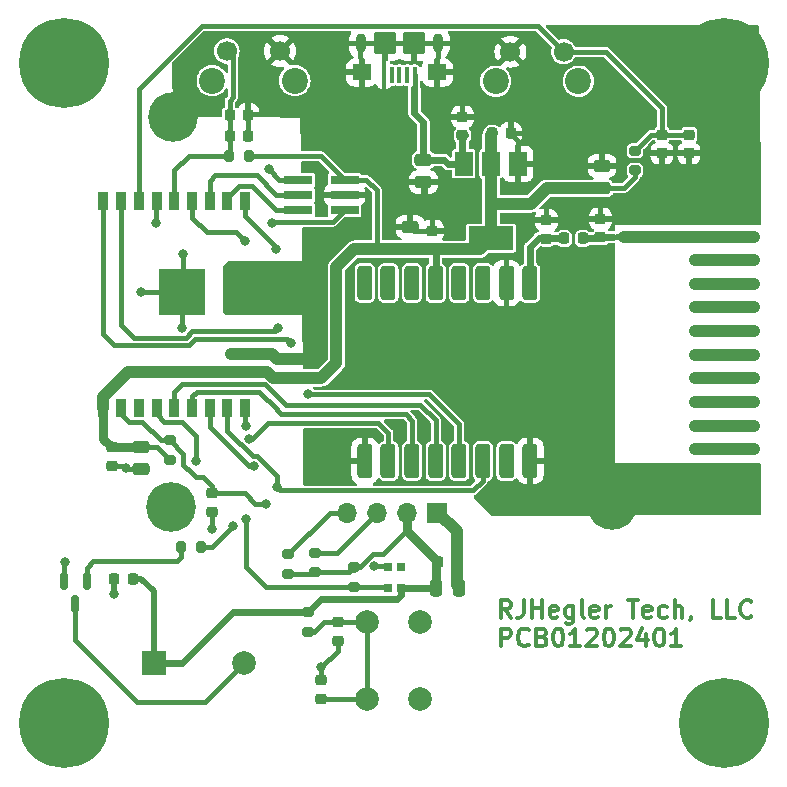
<source format=gtl>
%TF.GenerationSoftware,KiCad,Pcbnew,7.0.10*%
%TF.CreationDate,2025-01-08T07:23:32-05:00*%
%TF.ProjectId,PostAlertBaseStationV6,506f7374-416c-4657-9274-426173655374,5.0*%
%TF.SameCoordinates,Original*%
%TF.FileFunction,Copper,L1,Top*%
%TF.FilePolarity,Positive*%
%FSLAX46Y46*%
G04 Gerber Fmt 4.6, Leading zero omitted, Abs format (unit mm)*
G04 Created by KiCad (PCBNEW 7.0.10) date 2025-01-08 07:23:32*
%MOMM*%
%LPD*%
G01*
G04 APERTURE LIST*
G04 Aperture macros list*
%AMRoundRect*
0 Rectangle with rounded corners*
0 $1 Rounding radius*
0 $2 $3 $4 $5 $6 $7 $8 $9 X,Y pos of 4 corners*
0 Add a 4 corners polygon primitive as box body*
4,1,4,$2,$3,$4,$5,$6,$7,$8,$9,$2,$3,0*
0 Add four circle primitives for the rounded corners*
1,1,$1+$1,$2,$3*
1,1,$1+$1,$4,$5*
1,1,$1+$1,$6,$7*
1,1,$1+$1,$8,$9*
0 Add four rect primitives between the rounded corners*
20,1,$1+$1,$2,$3,$4,$5,0*
20,1,$1+$1,$4,$5,$6,$7,0*
20,1,$1+$1,$6,$7,$8,$9,0*
20,1,$1+$1,$8,$9,$2,$3,0*%
%AMOutline4P*
0 Free polygon, 4 corners , with rotation*
0 The origin of the aperture is its center*
0 number of corners: always 4*
0 $1 to $8 corner X, Y*
0 $9 Rotation angle, in degrees counterclockwise*
0 create outline with 4 corners*
4,1,4,$1,$2,$3,$4,$5,$6,$7,$8,$1,$2,$9*%
G04 Aperture macros list end*
%ADD10C,0.300000*%
%TA.AperFunction,NonConductor*%
%ADD11C,0.300000*%
%TD*%
%TA.AperFunction,EtchedComponent*%
%ADD12C,1.000000*%
%TD*%
%TA.AperFunction,ComponentPad*%
%ADD13C,2.200000*%
%TD*%
%TA.AperFunction,ComponentPad*%
%ADD14C,1.700000*%
%TD*%
%TA.AperFunction,SMDPad,CuDef*%
%ADD15RoundRect,0.100000X0.100000X0.575000X-0.100000X0.575000X-0.100000X-0.575000X0.100000X-0.575000X0*%
%TD*%
%TA.AperFunction,ComponentPad*%
%ADD16O,0.900000X1.600000*%
%TD*%
%TA.AperFunction,SMDPad,CuDef*%
%ADD17RoundRect,0.250000X0.550000X0.450000X-0.550000X0.450000X-0.550000X-0.450000X0.550000X-0.450000X0*%
%TD*%
%TA.AperFunction,SMDPad,CuDef*%
%ADD18RoundRect,0.250000X0.700000X0.700000X-0.700000X0.700000X-0.700000X-0.700000X0.700000X-0.700000X0*%
%TD*%
%TA.AperFunction,SMDPad,CuDef*%
%ADD19RoundRect,0.218750X-0.256250X0.218750X-0.256250X-0.218750X0.256250X-0.218750X0.256250X0.218750X0*%
%TD*%
%TA.AperFunction,SMDPad,CuDef*%
%ADD20RoundRect,0.225000X-0.250000X0.225000X-0.250000X-0.225000X0.250000X-0.225000X0.250000X0.225000X0*%
%TD*%
%TA.AperFunction,SMDPad,CuDef*%
%ADD21RoundRect,0.225000X-0.225000X-0.250000X0.225000X-0.250000X0.225000X0.250000X-0.225000X0.250000X0*%
%TD*%
%TA.AperFunction,SMDPad,CuDef*%
%ADD22RoundRect,0.250000X-0.475000X0.250000X-0.475000X-0.250000X0.475000X-0.250000X0.475000X0.250000X0*%
%TD*%
%TA.AperFunction,SMDPad,CuDef*%
%ADD23RoundRect,0.200000X0.200000X0.275000X-0.200000X0.275000X-0.200000X-0.275000X0.200000X-0.275000X0*%
%TD*%
%TA.AperFunction,ComponentPad*%
%ADD24R,2.000000X2.000000*%
%TD*%
%TA.AperFunction,ComponentPad*%
%ADD25C,2.000000*%
%TD*%
%TA.AperFunction,ComponentPad*%
%ADD26R,1.700000X1.700000*%
%TD*%
%TA.AperFunction,ComponentPad*%
%ADD27O,1.700000X1.700000*%
%TD*%
%TA.AperFunction,SMDPad,CuDef*%
%ADD28RoundRect,0.225000X0.250000X-0.225000X0.250000X0.225000X-0.250000X0.225000X-0.250000X-0.225000X0*%
%TD*%
%TA.AperFunction,SMDPad,CuDef*%
%ADD29RoundRect,0.150000X-0.150000X0.587500X-0.150000X-0.587500X0.150000X-0.587500X0.150000X0.587500X0*%
%TD*%
%TA.AperFunction,SMDPad,CuDef*%
%ADD30RoundRect,0.200000X-0.275000X0.200000X-0.275000X-0.200000X0.275000X-0.200000X0.275000X0.200000X0*%
%TD*%
%TA.AperFunction,SMDPad,CuDef*%
%ADD31R,0.900000X1.500000*%
%TD*%
%TA.AperFunction,SMDPad,CuDef*%
%ADD32R,4.000000X4.000000*%
%TD*%
%TA.AperFunction,SMDPad,CuDef*%
%ADD33R,1.500000X2.000000*%
%TD*%
%TA.AperFunction,SMDPad,CuDef*%
%ADD34R,3.800000X2.000000*%
%TD*%
%TA.AperFunction,SMDPad,CuDef*%
%ADD35RoundRect,0.317500X0.317500X-1.157500X0.317500X1.157500X-0.317500X1.157500X-0.317500X-1.157500X0*%
%TD*%
%TA.AperFunction,SMDPad,CuDef*%
%ADD36RoundRect,0.200000X0.275000X-0.200000X0.275000X0.200000X-0.275000X0.200000X-0.275000X-0.200000X0*%
%TD*%
%TA.AperFunction,SMDPad,CuDef*%
%ADD37RoundRect,0.250000X0.475000X-0.250000X0.475000X0.250000X-0.475000X0.250000X-0.475000X-0.250000X0*%
%TD*%
%TA.AperFunction,SMDPad,CuDef*%
%ADD38R,0.700000X0.700000*%
%TD*%
%TA.AperFunction,SMDPad,CuDef*%
%ADD39RoundRect,0.225000X0.225000X0.250000X-0.225000X0.250000X-0.225000X-0.250000X0.225000X-0.250000X0*%
%TD*%
%TA.AperFunction,SMDPad,CuDef*%
%ADD40RoundRect,0.250000X-0.250000X-0.475000X0.250000X-0.475000X0.250000X0.475000X-0.250000X0.475000X0*%
%TD*%
%TA.AperFunction,SMDPad,CuDef*%
%ADD41RoundRect,0.218750X-0.218750X-0.256250X0.218750X-0.256250X0.218750X0.256250X-0.218750X0.256250X0*%
%TD*%
%TA.AperFunction,ComponentPad*%
%ADD42C,1.000000*%
%TD*%
%TA.AperFunction,SMDPad,CuDef*%
%ADD43Outline4P,-0.350000X-0.400000X0.350000X-0.400000X0.050000X0.400000X-0.050000X0.400000X90.000000*%
%TD*%
%TA.AperFunction,SMDPad,CuDef*%
%ADD44R,2.400000X0.740000*%
%TD*%
%TA.AperFunction,ViaPad*%
%ADD45C,0.800000*%
%TD*%
%TA.AperFunction,ViaPad*%
%ADD46C,4.201160*%
%TD*%
%TA.AperFunction,ViaPad*%
%ADD47C,7.620000*%
%TD*%
%TA.AperFunction,Conductor*%
%ADD48C,0.381000*%
%TD*%
%TA.AperFunction,Conductor*%
%ADD49C,0.800000*%
%TD*%
%TA.AperFunction,Conductor*%
%ADD50C,0.600000*%
%TD*%
%TA.AperFunction,Conductor*%
%ADD51C,1.000000*%
%TD*%
%TA.AperFunction,Conductor*%
%ADD52C,0.750000*%
%TD*%
%TA.AperFunction,Conductor*%
%ADD53C,0.500000*%
%TD*%
%ADD54C,0.350000*%
%ADD55O,0.500000X1.200000*%
G04 APERTURE END LIST*
D10*
D11*
X143272453Y-106635628D02*
X142772453Y-105921342D01*
X142415310Y-106635628D02*
X142415310Y-105135628D01*
X142415310Y-105135628D02*
X142986739Y-105135628D01*
X142986739Y-105135628D02*
X143129596Y-105207057D01*
X143129596Y-105207057D02*
X143201025Y-105278485D01*
X143201025Y-105278485D02*
X143272453Y-105421342D01*
X143272453Y-105421342D02*
X143272453Y-105635628D01*
X143272453Y-105635628D02*
X143201025Y-105778485D01*
X143201025Y-105778485D02*
X143129596Y-105849914D01*
X143129596Y-105849914D02*
X142986739Y-105921342D01*
X142986739Y-105921342D02*
X142415310Y-105921342D01*
X144343882Y-105135628D02*
X144343882Y-106207057D01*
X144343882Y-106207057D02*
X144272453Y-106421342D01*
X144272453Y-106421342D02*
X144129596Y-106564200D01*
X144129596Y-106564200D02*
X143915310Y-106635628D01*
X143915310Y-106635628D02*
X143772453Y-106635628D01*
X145058167Y-106635628D02*
X145058167Y-105135628D01*
X145058167Y-105849914D02*
X145915310Y-105849914D01*
X145915310Y-106635628D02*
X145915310Y-105135628D01*
X147201025Y-106564200D02*
X147058168Y-106635628D01*
X147058168Y-106635628D02*
X146772454Y-106635628D01*
X146772454Y-106635628D02*
X146629596Y-106564200D01*
X146629596Y-106564200D02*
X146558168Y-106421342D01*
X146558168Y-106421342D02*
X146558168Y-105849914D01*
X146558168Y-105849914D02*
X146629596Y-105707057D01*
X146629596Y-105707057D02*
X146772454Y-105635628D01*
X146772454Y-105635628D02*
X147058168Y-105635628D01*
X147058168Y-105635628D02*
X147201025Y-105707057D01*
X147201025Y-105707057D02*
X147272454Y-105849914D01*
X147272454Y-105849914D02*
X147272454Y-105992771D01*
X147272454Y-105992771D02*
X146558168Y-106135628D01*
X148558168Y-105635628D02*
X148558168Y-106849914D01*
X148558168Y-106849914D02*
X148486739Y-106992771D01*
X148486739Y-106992771D02*
X148415310Y-107064200D01*
X148415310Y-107064200D02*
X148272453Y-107135628D01*
X148272453Y-107135628D02*
X148058168Y-107135628D01*
X148058168Y-107135628D02*
X147915310Y-107064200D01*
X148558168Y-106564200D02*
X148415310Y-106635628D01*
X148415310Y-106635628D02*
X148129596Y-106635628D01*
X148129596Y-106635628D02*
X147986739Y-106564200D01*
X147986739Y-106564200D02*
X147915310Y-106492771D01*
X147915310Y-106492771D02*
X147843882Y-106349914D01*
X147843882Y-106349914D02*
X147843882Y-105921342D01*
X147843882Y-105921342D02*
X147915310Y-105778485D01*
X147915310Y-105778485D02*
X147986739Y-105707057D01*
X147986739Y-105707057D02*
X148129596Y-105635628D01*
X148129596Y-105635628D02*
X148415310Y-105635628D01*
X148415310Y-105635628D02*
X148558168Y-105707057D01*
X149486739Y-106635628D02*
X149343882Y-106564200D01*
X149343882Y-106564200D02*
X149272453Y-106421342D01*
X149272453Y-106421342D02*
X149272453Y-105135628D01*
X150629596Y-106564200D02*
X150486739Y-106635628D01*
X150486739Y-106635628D02*
X150201025Y-106635628D01*
X150201025Y-106635628D02*
X150058167Y-106564200D01*
X150058167Y-106564200D02*
X149986739Y-106421342D01*
X149986739Y-106421342D02*
X149986739Y-105849914D01*
X149986739Y-105849914D02*
X150058167Y-105707057D01*
X150058167Y-105707057D02*
X150201025Y-105635628D01*
X150201025Y-105635628D02*
X150486739Y-105635628D01*
X150486739Y-105635628D02*
X150629596Y-105707057D01*
X150629596Y-105707057D02*
X150701025Y-105849914D01*
X150701025Y-105849914D02*
X150701025Y-105992771D01*
X150701025Y-105992771D02*
X149986739Y-106135628D01*
X151343881Y-106635628D02*
X151343881Y-105635628D01*
X151343881Y-105921342D02*
X151415310Y-105778485D01*
X151415310Y-105778485D02*
X151486739Y-105707057D01*
X151486739Y-105707057D02*
X151629596Y-105635628D01*
X151629596Y-105635628D02*
X151772453Y-105635628D01*
X153201024Y-105135628D02*
X154058167Y-105135628D01*
X153629595Y-106635628D02*
X153629595Y-105135628D01*
X155129595Y-106564200D02*
X154986738Y-106635628D01*
X154986738Y-106635628D02*
X154701024Y-106635628D01*
X154701024Y-106635628D02*
X154558166Y-106564200D01*
X154558166Y-106564200D02*
X154486738Y-106421342D01*
X154486738Y-106421342D02*
X154486738Y-105849914D01*
X154486738Y-105849914D02*
X154558166Y-105707057D01*
X154558166Y-105707057D02*
X154701024Y-105635628D01*
X154701024Y-105635628D02*
X154986738Y-105635628D01*
X154986738Y-105635628D02*
X155129595Y-105707057D01*
X155129595Y-105707057D02*
X155201024Y-105849914D01*
X155201024Y-105849914D02*
X155201024Y-105992771D01*
X155201024Y-105992771D02*
X154486738Y-106135628D01*
X156486738Y-106564200D02*
X156343880Y-106635628D01*
X156343880Y-106635628D02*
X156058166Y-106635628D01*
X156058166Y-106635628D02*
X155915309Y-106564200D01*
X155915309Y-106564200D02*
X155843880Y-106492771D01*
X155843880Y-106492771D02*
X155772452Y-106349914D01*
X155772452Y-106349914D02*
X155772452Y-105921342D01*
X155772452Y-105921342D02*
X155843880Y-105778485D01*
X155843880Y-105778485D02*
X155915309Y-105707057D01*
X155915309Y-105707057D02*
X156058166Y-105635628D01*
X156058166Y-105635628D02*
X156343880Y-105635628D01*
X156343880Y-105635628D02*
X156486738Y-105707057D01*
X157129594Y-106635628D02*
X157129594Y-105135628D01*
X157772452Y-106635628D02*
X157772452Y-105849914D01*
X157772452Y-105849914D02*
X157701023Y-105707057D01*
X157701023Y-105707057D02*
X157558166Y-105635628D01*
X157558166Y-105635628D02*
X157343880Y-105635628D01*
X157343880Y-105635628D02*
X157201023Y-105707057D01*
X157201023Y-105707057D02*
X157129594Y-105778485D01*
X158558166Y-106564200D02*
X158558166Y-106635628D01*
X158558166Y-106635628D02*
X158486737Y-106778485D01*
X158486737Y-106778485D02*
X158415309Y-106849914D01*
X161058166Y-106635628D02*
X160343880Y-106635628D01*
X160343880Y-106635628D02*
X160343880Y-105135628D01*
X162272452Y-106635628D02*
X161558166Y-106635628D01*
X161558166Y-106635628D02*
X161558166Y-105135628D01*
X163629595Y-106492771D02*
X163558167Y-106564200D01*
X163558167Y-106564200D02*
X163343881Y-106635628D01*
X163343881Y-106635628D02*
X163201024Y-106635628D01*
X163201024Y-106635628D02*
X162986738Y-106564200D01*
X162986738Y-106564200D02*
X162843881Y-106421342D01*
X162843881Y-106421342D02*
X162772452Y-106278485D01*
X162772452Y-106278485D02*
X162701024Y-105992771D01*
X162701024Y-105992771D02*
X162701024Y-105778485D01*
X162701024Y-105778485D02*
X162772452Y-105492771D01*
X162772452Y-105492771D02*
X162843881Y-105349914D01*
X162843881Y-105349914D02*
X162986738Y-105207057D01*
X162986738Y-105207057D02*
X163201024Y-105135628D01*
X163201024Y-105135628D02*
X163343881Y-105135628D01*
X163343881Y-105135628D02*
X163558167Y-105207057D01*
X163558167Y-105207057D02*
X163629595Y-105278485D01*
X142415310Y-109050628D02*
X142415310Y-107550628D01*
X142415310Y-107550628D02*
X142986739Y-107550628D01*
X142986739Y-107550628D02*
X143129596Y-107622057D01*
X143129596Y-107622057D02*
X143201025Y-107693485D01*
X143201025Y-107693485D02*
X143272453Y-107836342D01*
X143272453Y-107836342D02*
X143272453Y-108050628D01*
X143272453Y-108050628D02*
X143201025Y-108193485D01*
X143201025Y-108193485D02*
X143129596Y-108264914D01*
X143129596Y-108264914D02*
X142986739Y-108336342D01*
X142986739Y-108336342D02*
X142415310Y-108336342D01*
X144772453Y-108907771D02*
X144701025Y-108979200D01*
X144701025Y-108979200D02*
X144486739Y-109050628D01*
X144486739Y-109050628D02*
X144343882Y-109050628D01*
X144343882Y-109050628D02*
X144129596Y-108979200D01*
X144129596Y-108979200D02*
X143986739Y-108836342D01*
X143986739Y-108836342D02*
X143915310Y-108693485D01*
X143915310Y-108693485D02*
X143843882Y-108407771D01*
X143843882Y-108407771D02*
X143843882Y-108193485D01*
X143843882Y-108193485D02*
X143915310Y-107907771D01*
X143915310Y-107907771D02*
X143986739Y-107764914D01*
X143986739Y-107764914D02*
X144129596Y-107622057D01*
X144129596Y-107622057D02*
X144343882Y-107550628D01*
X144343882Y-107550628D02*
X144486739Y-107550628D01*
X144486739Y-107550628D02*
X144701025Y-107622057D01*
X144701025Y-107622057D02*
X144772453Y-107693485D01*
X145915310Y-108264914D02*
X146129596Y-108336342D01*
X146129596Y-108336342D02*
X146201025Y-108407771D01*
X146201025Y-108407771D02*
X146272453Y-108550628D01*
X146272453Y-108550628D02*
X146272453Y-108764914D01*
X146272453Y-108764914D02*
X146201025Y-108907771D01*
X146201025Y-108907771D02*
X146129596Y-108979200D01*
X146129596Y-108979200D02*
X145986739Y-109050628D01*
X145986739Y-109050628D02*
X145415310Y-109050628D01*
X145415310Y-109050628D02*
X145415310Y-107550628D01*
X145415310Y-107550628D02*
X145915310Y-107550628D01*
X145915310Y-107550628D02*
X146058168Y-107622057D01*
X146058168Y-107622057D02*
X146129596Y-107693485D01*
X146129596Y-107693485D02*
X146201025Y-107836342D01*
X146201025Y-107836342D02*
X146201025Y-107979200D01*
X146201025Y-107979200D02*
X146129596Y-108122057D01*
X146129596Y-108122057D02*
X146058168Y-108193485D01*
X146058168Y-108193485D02*
X145915310Y-108264914D01*
X145915310Y-108264914D02*
X145415310Y-108264914D01*
X147201025Y-107550628D02*
X147343882Y-107550628D01*
X147343882Y-107550628D02*
X147486739Y-107622057D01*
X147486739Y-107622057D02*
X147558168Y-107693485D01*
X147558168Y-107693485D02*
X147629596Y-107836342D01*
X147629596Y-107836342D02*
X147701025Y-108122057D01*
X147701025Y-108122057D02*
X147701025Y-108479200D01*
X147701025Y-108479200D02*
X147629596Y-108764914D01*
X147629596Y-108764914D02*
X147558168Y-108907771D01*
X147558168Y-108907771D02*
X147486739Y-108979200D01*
X147486739Y-108979200D02*
X147343882Y-109050628D01*
X147343882Y-109050628D02*
X147201025Y-109050628D01*
X147201025Y-109050628D02*
X147058168Y-108979200D01*
X147058168Y-108979200D02*
X146986739Y-108907771D01*
X146986739Y-108907771D02*
X146915310Y-108764914D01*
X146915310Y-108764914D02*
X146843882Y-108479200D01*
X146843882Y-108479200D02*
X146843882Y-108122057D01*
X146843882Y-108122057D02*
X146915310Y-107836342D01*
X146915310Y-107836342D02*
X146986739Y-107693485D01*
X146986739Y-107693485D02*
X147058168Y-107622057D01*
X147058168Y-107622057D02*
X147201025Y-107550628D01*
X149129596Y-109050628D02*
X148272453Y-109050628D01*
X148701024Y-109050628D02*
X148701024Y-107550628D01*
X148701024Y-107550628D02*
X148558167Y-107764914D01*
X148558167Y-107764914D02*
X148415310Y-107907771D01*
X148415310Y-107907771D02*
X148272453Y-107979200D01*
X149701024Y-107693485D02*
X149772452Y-107622057D01*
X149772452Y-107622057D02*
X149915310Y-107550628D01*
X149915310Y-107550628D02*
X150272452Y-107550628D01*
X150272452Y-107550628D02*
X150415310Y-107622057D01*
X150415310Y-107622057D02*
X150486738Y-107693485D01*
X150486738Y-107693485D02*
X150558167Y-107836342D01*
X150558167Y-107836342D02*
X150558167Y-107979200D01*
X150558167Y-107979200D02*
X150486738Y-108193485D01*
X150486738Y-108193485D02*
X149629595Y-109050628D01*
X149629595Y-109050628D02*
X150558167Y-109050628D01*
X151486738Y-107550628D02*
X151629595Y-107550628D01*
X151629595Y-107550628D02*
X151772452Y-107622057D01*
X151772452Y-107622057D02*
X151843881Y-107693485D01*
X151843881Y-107693485D02*
X151915309Y-107836342D01*
X151915309Y-107836342D02*
X151986738Y-108122057D01*
X151986738Y-108122057D02*
X151986738Y-108479200D01*
X151986738Y-108479200D02*
X151915309Y-108764914D01*
X151915309Y-108764914D02*
X151843881Y-108907771D01*
X151843881Y-108907771D02*
X151772452Y-108979200D01*
X151772452Y-108979200D02*
X151629595Y-109050628D01*
X151629595Y-109050628D02*
X151486738Y-109050628D01*
X151486738Y-109050628D02*
X151343881Y-108979200D01*
X151343881Y-108979200D02*
X151272452Y-108907771D01*
X151272452Y-108907771D02*
X151201023Y-108764914D01*
X151201023Y-108764914D02*
X151129595Y-108479200D01*
X151129595Y-108479200D02*
X151129595Y-108122057D01*
X151129595Y-108122057D02*
X151201023Y-107836342D01*
X151201023Y-107836342D02*
X151272452Y-107693485D01*
X151272452Y-107693485D02*
X151343881Y-107622057D01*
X151343881Y-107622057D02*
X151486738Y-107550628D01*
X152558166Y-107693485D02*
X152629594Y-107622057D01*
X152629594Y-107622057D02*
X152772452Y-107550628D01*
X152772452Y-107550628D02*
X153129594Y-107550628D01*
X153129594Y-107550628D02*
X153272452Y-107622057D01*
X153272452Y-107622057D02*
X153343880Y-107693485D01*
X153343880Y-107693485D02*
X153415309Y-107836342D01*
X153415309Y-107836342D02*
X153415309Y-107979200D01*
X153415309Y-107979200D02*
X153343880Y-108193485D01*
X153343880Y-108193485D02*
X152486737Y-109050628D01*
X152486737Y-109050628D02*
X153415309Y-109050628D01*
X154701023Y-108050628D02*
X154701023Y-109050628D01*
X154343880Y-107479200D02*
X153986737Y-108550628D01*
X153986737Y-108550628D02*
X154915308Y-108550628D01*
X155772451Y-107550628D02*
X155915308Y-107550628D01*
X155915308Y-107550628D02*
X156058165Y-107622057D01*
X156058165Y-107622057D02*
X156129594Y-107693485D01*
X156129594Y-107693485D02*
X156201022Y-107836342D01*
X156201022Y-107836342D02*
X156272451Y-108122057D01*
X156272451Y-108122057D02*
X156272451Y-108479200D01*
X156272451Y-108479200D02*
X156201022Y-108764914D01*
X156201022Y-108764914D02*
X156129594Y-108907771D01*
X156129594Y-108907771D02*
X156058165Y-108979200D01*
X156058165Y-108979200D02*
X155915308Y-109050628D01*
X155915308Y-109050628D02*
X155772451Y-109050628D01*
X155772451Y-109050628D02*
X155629594Y-108979200D01*
X155629594Y-108979200D02*
X155558165Y-108907771D01*
X155558165Y-108907771D02*
X155486736Y-108764914D01*
X155486736Y-108764914D02*
X155415308Y-108479200D01*
X155415308Y-108479200D02*
X155415308Y-108122057D01*
X155415308Y-108122057D02*
X155486736Y-107836342D01*
X155486736Y-107836342D02*
X155558165Y-107693485D01*
X155558165Y-107693485D02*
X155629594Y-107622057D01*
X155629594Y-107622057D02*
X155772451Y-107550628D01*
X157701022Y-109050628D02*
X156843879Y-109050628D01*
X157272450Y-109050628D02*
X157272450Y-107550628D01*
X157272450Y-107550628D02*
X157129593Y-107764914D01*
X157129593Y-107764914D02*
X156986736Y-107907771D01*
X156986736Y-107907771D02*
X156843879Y-107979200D01*
D12*
%TO.C,AE2*%
X152853400Y-74370000D02*
X163853400Y-74370000D01*
X163853400Y-76370000D02*
X158853400Y-76370000D01*
X163853400Y-78370000D02*
X158853400Y-78370000D01*
X163853400Y-80370000D02*
X158853400Y-80370000D01*
X163853400Y-82370000D02*
X158853400Y-82370000D01*
X163853400Y-84370000D02*
X158853400Y-84370000D01*
X163853400Y-86370000D02*
X158853400Y-86370000D01*
X163853400Y-88370000D02*
X158853400Y-88370000D01*
X163853400Y-90370000D02*
X158853400Y-90370000D01*
X163853400Y-92370000D02*
X158853400Y-92370000D01*
%TD*%
D13*
%TO.P,SW2,*%
%TO.N,*%
X117979400Y-61153000D03*
X124979400Y-61153000D03*
D14*
%TO.P,SW2,1,1*%
%TO.N,/Pair*%
X119229400Y-58653000D03*
%TO.P,SW2,2,2*%
%TO.N,GND*%
X123729400Y-58653000D03*
%TD*%
D15*
%TO.P,J5,1,VBUS*%
%TO.N,Net-(J5-VBUS)*%
X135134400Y-60693000D03*
%TO.P,J5,2,D-*%
%TO.N,unconnected-(J5-D--Pad2)*%
X134484400Y-60693000D03*
%TO.P,J5,3,D+*%
%TO.N,unconnected-(J5-D+-Pad3)*%
X133834400Y-60693000D03*
%TO.P,J5,4,ID*%
%TO.N,unconnected-(J5-ID-Pad4)*%
X133184400Y-60693000D03*
%TO.P,J5,5,GND*%
%TO.N,GND*%
X132534400Y-60693000D03*
D16*
%TO.P,J5,6,Shield*%
X137134400Y-58018000D03*
D17*
X137034400Y-60468000D03*
D18*
X135034400Y-58018000D03*
X132634400Y-58018000D03*
D17*
X130634400Y-60468000D03*
D16*
X130534400Y-58018000D03*
%TD*%
D19*
%TO.P,D4,1,A1*%
%TO.N,/Config*%
X156059400Y-65739500D03*
%TO.P,D4,2,A2*%
%TO.N,GND*%
X156059400Y-67314500D03*
%TD*%
D20*
%TO.P,C9,1*%
%TO.N,+3.3V*%
X109526600Y-92218800D03*
%TO.P,C9,2*%
%TO.N,GND*%
X109526600Y-93768800D03*
%TD*%
D21*
%TO.P,C5,1*%
%TO.N,+3.3V*%
X141695400Y-65638000D03*
%TO.P,C5,2*%
%TO.N,GND*%
X143245400Y-65638000D03*
%TD*%
D22*
%TO.P,C2,1*%
%TO.N,Net-(J5-VBUS)*%
X135866400Y-67863000D03*
%TO.P,C2,2*%
%TO.N,GND*%
X135866400Y-69763000D03*
%TD*%
D23*
%TO.P,R8,1*%
%TO.N,/BEEP*%
X117006400Y-100690000D03*
%TO.P,R8,2*%
%TO.N,Net-(Q2-B)*%
X115356400Y-100690000D03*
%TD*%
D24*
%TO.P,BZ1,1,+*%
%TO.N,+3.3V*%
X113040000Y-110490000D03*
D25*
%TO.P,BZ1,2,-*%
%TO.N,Net-(BZ1--)*%
X120640000Y-110490000D03*
%TD*%
D26*
%TO.P,J1,1,Pin_1*%
%TO.N,GND*%
X137009400Y-97769000D03*
D27*
%TO.P,J1,2,Pin_2*%
%TO.N,+3.3V*%
X134469400Y-97769000D03*
%TO.P,J1,3,Pin_3*%
%TO.N,/SCL*%
X131929400Y-97769000D03*
%TO.P,J1,4,Pin_4*%
%TO.N,/SDA*%
X129389400Y-97769000D03*
%TD*%
D28*
%TO.P,C3,1*%
%TO.N,Net-(U2-ANT)*%
X146280400Y-74541000D03*
%TO.P,C3,2*%
%TO.N,GND*%
X146280400Y-72991000D03*
%TD*%
D13*
%TO.P,SW3,*%
%TO.N,*%
X141982400Y-61210000D03*
X148982400Y-61210000D03*
D14*
%TO.P,SW3,1,1*%
%TO.N,GND*%
X143232400Y-58710000D03*
%TO.P,SW3,2,2*%
%TO.N,/Config*%
X147732400Y-58710000D03*
%TD*%
D29*
%TO.P,Q2,1,B*%
%TO.N,Net-(Q2-B)*%
X107352400Y-103562500D03*
%TO.P,Q2,2,E*%
%TO.N,GND*%
X105452400Y-103562500D03*
%TO.P,Q2,3,C*%
%TO.N,Net-(BZ1--)*%
X106402400Y-105437500D03*
%TD*%
D30*
%TO.P,R4,1*%
%TO.N,+3.3V*%
X130024400Y-102354200D03*
%TO.P,R4,2*%
%TO.N,/RGB*%
X130024400Y-104004200D03*
%TD*%
D31*
%TO.P,U1,1,3V3*%
%TO.N,+3.3V*%
X108771000Y-88891400D03*
%TO.P,U1,2,EN*%
%TO.N,/ESP_EN*%
X110271000Y-88891400D03*
%TO.P,U1,3,IO4*%
%TO.N,unconnected-(U1-IO4-Pad3)*%
X111771000Y-88891400D03*
%TO.P,U1,4,IO5*%
%TO.N,/MISO*%
X113271000Y-88891400D03*
%TO.P,U1,5,IO6*%
%TO.N,/SCK*%
X114771000Y-88891400D03*
%TO.P,U1,6,IO7*%
%TO.N,/MOSI*%
X116271000Y-88891400D03*
%TO.P,U1,7,IO8*%
%TO.N,/RGB*%
X117771000Y-88891400D03*
%TO.P,U1,8,IO9*%
%TO.N,/RST*%
X119271000Y-88891400D03*
%TO.P,U1,9,GND*%
%TO.N,GND*%
X120771000Y-88891400D03*
%TO.P,U1,10,IO10*%
%TO.N,/NSS*%
X120771000Y-71391400D03*
%TO.P,U1,11,RXD*%
%TO.N,/ESP_RXD*%
X119271000Y-71391400D03*
%TO.P,U1,12,TXD*%
%TO.N,/ESP_TXD*%
X117771000Y-71391400D03*
%TO.P,U1,13,IO18*%
%TO.N,/GotMail*%
X116271000Y-71391400D03*
%TO.P,U1,14,IO19*%
%TO.N,/Pair*%
X114771000Y-71391400D03*
%TO.P,U1,15,IO3*%
%TO.N,/BEEP*%
X113271000Y-71391400D03*
%TO.P,U1,16,IO2*%
%TO.N,/Config*%
X111771000Y-71391400D03*
%TO.P,U1,17,IO1*%
%TO.N,/SCL*%
X110271000Y-71391400D03*
%TO.P,U1,18,IO0*%
%TO.N,/SDA*%
X108771000Y-71391400D03*
D32*
%TO.P,U1,19,GND*%
%TO.N,GND*%
X115381000Y-79041400D03*
%TD*%
D33*
%TO.P,U3,1,GND*%
%TO.N,GND*%
X143881400Y-68203000D03*
%TO.P,U3,2,VO*%
%TO.N,+3.3V*%
X141581400Y-68203000D03*
D34*
X141581400Y-74503000D03*
D33*
%TO.P,U3,3,VI*%
%TO.N,Net-(J5-VBUS)*%
X139281400Y-68203000D03*
%TD*%
D35*
%TO.P,U2,1,GND*%
%TO.N,GND*%
X130898400Y-93356000D03*
%TO.P,U2,2,MISO*%
%TO.N,/MISO*%
X132898400Y-93356000D03*
%TO.P,U2,3,MOSI*%
%TO.N,/MOSI*%
X134898400Y-93356000D03*
%TO.P,U2,4,SCK*%
%TO.N,/SCK*%
X136898400Y-93356000D03*
%TO.P,U2,5,NSS*%
%TO.N,/NSS*%
X138898400Y-93356000D03*
%TO.P,U2,6,RESET*%
%TO.N,/RST*%
X140898400Y-93356000D03*
%TO.P,U2,7,DIO5*%
%TO.N,unconnected-(U2-DIO5-Pad7)*%
X142898400Y-93356000D03*
%TO.P,U2,8,GND*%
%TO.N,GND*%
X144898400Y-93356000D03*
%TO.P,U2,9,ANT*%
%TO.N,Net-(U2-ANT)*%
X144898400Y-78306000D03*
%TO.P,U2,10,GND*%
%TO.N,GND*%
X142898400Y-78306000D03*
%TO.P,U2,11,DIO3*%
%TO.N,unconnected-(U2-DIO3-Pad11)*%
X140898400Y-78306000D03*
%TO.P,U2,12,DIO4*%
%TO.N,unconnected-(U2-DIO4-Pad12)*%
X138898400Y-78306000D03*
%TO.P,U2,13,3.3V*%
%TO.N,+3.3V*%
X136898400Y-78306000D03*
%TO.P,U2,14,DIO0*%
%TO.N,unconnected-(U2-DIO0-Pad14)*%
X134898400Y-78306000D03*
%TO.P,U2,15,DIO1*%
%TO.N,unconnected-(U2-DIO1-Pad15)*%
X132898400Y-78306000D03*
%TO.P,U2,16,DIO2*%
%TO.N,unconnected-(U2-DIO2-Pad16)*%
X130898400Y-78306000D03*
%TD*%
D36*
%TO.P,R7,1*%
%TO.N,+3.3V*%
X153773400Y-68749000D03*
%TO.P,R7,2*%
%TO.N,/Config*%
X153773400Y-67099000D03*
%TD*%
D37*
%TO.P,C6,1*%
%TO.N,+3.3V*%
X134723400Y-75417000D03*
%TO.P,C6,2*%
%TO.N,GND*%
X134723400Y-73517000D03*
%TD*%
D38*
%TO.P,D1,1,DOUT*%
%TO.N,unconnected-(D1-DOUT-Pad1)*%
X133952600Y-102315000D03*
%TO.P,D1,2,GND*%
%TO.N,GND*%
X132852600Y-102315000D03*
%TO.P,D1,3,DIN*%
%TO.N,/RGB*%
X132852600Y-104145000D03*
%TO.P,D1,4,VDD*%
%TO.N,+3.3V*%
X133952600Y-104145000D03*
%TD*%
D37*
%TO.P,C4,1*%
%TO.N,+3.3V*%
X150979400Y-70271000D03*
%TO.P,C4,2*%
%TO.N,GND*%
X150979400Y-68371000D03*
%TD*%
D39*
%TO.P,C13,1*%
%TO.N,+3.3V*%
X111241400Y-103357000D03*
%TO.P,C13,2*%
%TO.N,GND*%
X109691400Y-103357000D03*
%TD*%
D28*
%TO.P,C7,1*%
%TO.N,+3.3V*%
X136628400Y-75430000D03*
%TO.P,C7,2*%
%TO.N,GND*%
X136628400Y-73880000D03*
%TD*%
%TO.P,C17,1*%
%TO.N,GND*%
X158345400Y-67302000D03*
%TO.P,C17,2*%
%TO.N,/Config*%
X158345400Y-65752000D03*
%TD*%
D25*
%TO.P,SW1,1,1*%
%TO.N,GND*%
X135561600Y-106989200D03*
X135561600Y-113489200D03*
%TO.P,SW1,2,2*%
%TO.N,/GotMail*%
X131061600Y-106989200D03*
X131061600Y-113489200D03*
%TD*%
D30*
%TO.P,R5,1*%
%TO.N,+3.3V*%
X126112800Y-106164200D03*
%TO.P,R5,2*%
%TO.N,/GotMail*%
X126112800Y-107814200D03*
%TD*%
D36*
%TO.P,R3,1*%
%TO.N,+3.3V*%
X124436400Y-102912000D03*
%TO.P,R3,2*%
%TO.N,/SDA*%
X124436400Y-101262000D03*
%TD*%
D40*
%TO.P,C10,1*%
%TO.N,+3.3V*%
X136961400Y-104079500D03*
%TO.P,C10,2*%
%TO.N,GND*%
X138861400Y-104079500D03*
%TD*%
D36*
%TO.P,R2,1*%
%TO.N,+3.3V*%
X126722400Y-102785000D03*
%TO.P,R2,2*%
%TO.N,/SCL*%
X126722400Y-101135000D03*
%TD*%
D22*
%TO.P,C8,1*%
%TO.N,+3.3V*%
X111965000Y-92145400D03*
%TO.P,C8,2*%
%TO.N,GND*%
X111965000Y-94045400D03*
%TD*%
D19*
%TO.P,D2,1,A1*%
%TO.N,/GotMail*%
X128602000Y-107014500D03*
%TO.P,D2,2,A2*%
%TO.N,GND*%
X128602000Y-108589500D03*
%TD*%
D39*
%TO.P,C16,1*%
%TO.N,GND*%
X121020400Y-65866600D03*
%TO.P,C16,2*%
%TO.N,/Pair*%
X119470400Y-65866600D03*
%TD*%
D23*
%TO.P,R6,1*%
%TO.N,+3.3V*%
X121070400Y-67543000D03*
%TO.P,R6,2*%
%TO.N,/Pair*%
X119420400Y-67543000D03*
%TD*%
D21*
%TO.P,C12,1*%
%TO.N,+3.3V*%
X137123400Y-101909200D03*
%TO.P,C12,2*%
%TO.N,GND*%
X138673400Y-101909200D03*
%TD*%
D41*
%TO.P,L1,1,1*%
%TO.N,Net-(U2-ANT)*%
X147778900Y-74528000D03*
%TO.P,L1,2,2*%
%TO.N,Net-(AE2-A)*%
X149353900Y-74528000D03*
%TD*%
D20*
%TO.P,C11,1*%
%TO.N,/ESP_EN*%
X117959400Y-96105000D03*
%TO.P,C11,2*%
%TO.N,GND*%
X117959400Y-97655000D03*
%TD*%
D42*
%TO.P,AE2,*%
%TO.N,*%
X163853400Y-74370000D03*
X163853400Y-76370000D03*
X158853400Y-76370000D03*
X163853400Y-78370000D03*
X158853400Y-78370000D03*
X163853400Y-80370000D03*
X158853400Y-80370000D03*
X163853400Y-82370000D03*
X158853400Y-82370000D03*
X163853400Y-84370000D03*
X158853400Y-84370000D03*
X163853400Y-86370000D03*
X158853400Y-86370000D03*
X163853400Y-88370000D03*
X158853400Y-88370000D03*
X163853400Y-90370000D03*
X158853400Y-90370000D03*
X163853400Y-92370000D03*
X158853400Y-92370000D03*
D43*
%TO.P,AE2,1,A*%
%TO.N,Net-(AE2-A)*%
X152153400Y-74370000D03*
%TD*%
D41*
%TO.P,D3,1,A1*%
%TO.N,/Pair*%
X119457900Y-64063200D03*
%TO.P,D3,2,A2*%
%TO.N,GND*%
X121032900Y-64063200D03*
%TD*%
D28*
%TO.P,C19,1*%
%TO.N,Net-(AE2-A)*%
X150852400Y-74414000D03*
%TO.P,C19,2*%
%TO.N,GND*%
X150852400Y-72864000D03*
%TD*%
D20*
%TO.P,C15,1*%
%TO.N,GND*%
X127154200Y-111941600D03*
%TO.P,C15,2*%
%TO.N,/GotMail*%
X127154200Y-113491600D03*
%TD*%
D28*
%TO.P,C1,1*%
%TO.N,Net-(J5-VBUS)*%
X139168400Y-65778000D03*
%TO.P,C1,2*%
%TO.N,GND*%
X139168400Y-64228000D03*
%TD*%
D44*
%TO.P,J2,1,Pin_1*%
%TO.N,/ESP_EN*%
X125280400Y-69575000D03*
%TO.P,J2,2,Pin_2*%
%TO.N,+3.3V*%
X129180400Y-69575000D03*
%TO.P,J2,3,Pin_3*%
%TO.N,/ESP_TXD*%
X125280400Y-70845000D03*
%TO.P,J2,4,Pin_4*%
%TO.N,GND*%
X129180400Y-70845000D03*
%TO.P,J2,5,Pin_5*%
%TO.N,/ESP_RXD*%
X125280400Y-72115000D03*
%TO.P,J2,6,Pin_6*%
%TO.N,/RST*%
X129180400Y-72115000D03*
%TD*%
D36*
%TO.P,R1,1*%
%TO.N,+3.3V*%
X114403400Y-93260000D03*
%TO.P,R1,2*%
%TO.N,/ESP_EN*%
X114403400Y-91610000D03*
%TD*%
D45*
%TO.N,+3.3V*%
X127230400Y-86339000D03*
%TO.N,/BEEP*%
X113260400Y-73258000D03*
X119737400Y-98912000D03*
%TO.N,GND*%
X160885400Y-94721000D03*
X144629400Y-73004000D03*
X163806400Y-72115000D03*
D46*
X114640163Y-64200000D03*
D45*
X151614400Y-76814000D03*
X124817400Y-77068000D03*
X145264400Y-65511000D03*
X146788400Y-93324000D03*
X124817400Y-78719000D03*
X119508800Y-80319200D03*
D46*
X151868400Y-64114000D03*
D45*
X149074400Y-68178000D03*
X127230400Y-70845000D03*
X160377400Y-72115000D03*
X126976400Y-84434000D03*
X105513400Y-101960000D03*
X139168400Y-62844000D03*
X128881400Y-93578000D03*
D47*
X161290000Y-59690000D03*
D45*
X163425400Y-94721000D03*
X153519400Y-72115000D03*
X144883400Y-96118000D03*
X151614400Y-87609000D03*
X117959400Y-99166000D03*
X127205000Y-110837000D03*
X142978400Y-81132000D03*
X131675568Y-102290368D03*
X115521000Y-75874200D03*
X131548400Y-62336000D03*
D47*
X105410000Y-115570000D03*
D45*
X144883400Y-90530000D03*
X143740400Y-63860000D03*
X155297400Y-94721000D03*
X109704400Y-104627000D03*
X137517400Y-63987000D03*
X130786400Y-73639000D03*
X119610400Y-84307000D03*
D47*
X105410000Y-59690000D03*
D45*
X141708400Y-76179000D03*
X130913400Y-91038000D03*
X158218400Y-94721000D03*
X119585000Y-77169600D03*
D46*
X151868400Y-97134000D03*
D45*
X146534400Y-76052000D03*
X134723400Y-71988000D03*
X110644200Y-93959000D03*
D46*
X114530400Y-97261000D03*
D45*
X146026400Y-68178000D03*
X156948400Y-72115000D03*
D47*
X161290000Y-115570000D03*
D45*
X151614400Y-83672000D03*
X111939600Y-79074600D03*
X143867400Y-76052000D03*
X120829600Y-90403000D03*
X143867400Y-70210000D03*
X148439400Y-73004000D03*
X119559600Y-78820600D03*
X124817400Y-80370000D03*
X151614400Y-79989000D03*
X151487400Y-91800000D03*
X135993400Y-71226000D03*
X157329400Y-68940000D03*
X115444800Y-82144900D03*
%TO.N,/ESP_EN*%
X122559900Y-97007000D03*
X122785400Y-68686000D03*
%TO.N,/RGB*%
X121539000Y-93832000D03*
X120880400Y-98277000D03*
%TO.N,/GotMail*%
X120753400Y-74756600D03*
%TO.N,/SCL*%
X123547400Y-82148000D03*
%TO.N,/SDA*%
X124690400Y-83418000D03*
%TO.N,/MISO*%
X121134400Y-91546000D03*
X116625900Y-93387500D03*
%TO.N,/RST*%
X123039400Y-73258000D03*
X123445900Y-95610000D03*
%TO.N,/NSS*%
X126115900Y-87736000D03*
X123394900Y-75445500D03*
%TD*%
D48*
%TO.N,+3.3V*%
X152823400Y-70271000D02*
X150979400Y-70271000D01*
D49*
X108771000Y-91463200D02*
X109526600Y-92218800D01*
D50*
X136898400Y-78306000D02*
X136898400Y-75700000D01*
D48*
X153773400Y-68749000D02*
X153773400Y-69321000D01*
D51*
X122658400Y-85831000D02*
X110847400Y-85831000D01*
D49*
X108771000Y-88891400D02*
X108771000Y-91463200D01*
D51*
X136628400Y-75430000D02*
X140654400Y-75430000D01*
X141581400Y-68203000D02*
X141581400Y-65752000D01*
D48*
X129593600Y-102785000D02*
X130024400Y-102354200D01*
X113288800Y-92145400D02*
X114403400Y-93260000D01*
D51*
X110847400Y-85831000D02*
X108771000Y-87907400D01*
D49*
X109526600Y-92218800D02*
X111891600Y-92218800D01*
D48*
X121070400Y-67543000D02*
X121095800Y-67568400D01*
D51*
X128500400Y-76941000D02*
X130024400Y-75417000D01*
D48*
X131599200Y-101248800D02*
X130493800Y-102354200D01*
D52*
X136961400Y-104079500D02*
X136961400Y-102071200D01*
D48*
X136628400Y-75430000D02*
X136615400Y-75417000D01*
X139410000Y-75430000D02*
X136628400Y-75430000D01*
X137060200Y-101909200D02*
X137123400Y-101909200D01*
X130024400Y-102504600D02*
X130024400Y-102354200D01*
D51*
X127230400Y-86339000D02*
X123166400Y-86339000D01*
X128500400Y-85069000D02*
X128500400Y-76941000D01*
X141581400Y-74503000D02*
X141581400Y-68203000D01*
X140654400Y-75430000D02*
X141581400Y-74503000D01*
X146282900Y-70271000D02*
X150979400Y-70271000D01*
X127230400Y-86339000D02*
X128500400Y-85069000D01*
D48*
X153773400Y-69321000D02*
X152823400Y-70271000D01*
D50*
X133952600Y-104737400D02*
X133952600Y-104145000D01*
D48*
X121095800Y-67568400D02*
X127173800Y-67568400D01*
D50*
X133952600Y-104145000D02*
X136895900Y-104145000D01*
D51*
X141581400Y-71607000D02*
X144946900Y-71607000D01*
D50*
X115398400Y-110490000D02*
X119737400Y-106151000D01*
D53*
X113040000Y-104406600D02*
X113040000Y-110490000D01*
D48*
X111965000Y-92145400D02*
X113288800Y-92145400D01*
X126595400Y-102912000D02*
X126722400Y-102785000D01*
X136898400Y-75700000D02*
X136628400Y-75430000D01*
X129972600Y-102556400D02*
X130024400Y-102504600D01*
D52*
X134469400Y-97769000D02*
X134469400Y-99318400D01*
D48*
X134469400Y-97769000D02*
X134469400Y-99210600D01*
X111891600Y-92218800D02*
X111965000Y-92145400D01*
D50*
X119737400Y-106151000D02*
X126126000Y-106151000D01*
X133631200Y-105058800D02*
X133952600Y-104737400D01*
X126126000Y-106151000D02*
X127218200Y-105058800D01*
D51*
X132056400Y-75417000D02*
X134723400Y-75417000D01*
D50*
X113040000Y-110490000D02*
X115398400Y-110490000D01*
D53*
X111990400Y-103357000D02*
X113040000Y-104406600D01*
D51*
X130024400Y-75417000D02*
X132056400Y-75417000D01*
X136615400Y-75417000D02*
X134723400Y-75417000D01*
D48*
X132056400Y-75417000D02*
X131929400Y-75290000D01*
X124436400Y-102912000D02*
X126595400Y-102912000D01*
X136895900Y-104145000D02*
X136961400Y-104079500D01*
D53*
X111241400Y-103357000D02*
X111990400Y-103357000D01*
D48*
X134469400Y-99210600D02*
X132431200Y-101248800D01*
D50*
X127218200Y-105058800D02*
X133631200Y-105058800D01*
D51*
X123166400Y-86339000D02*
X122658400Y-85831000D01*
D48*
X130493800Y-102354200D02*
X130024400Y-102354200D01*
X132431200Y-101248800D02*
X131599200Y-101248800D01*
X127173800Y-67568400D02*
X129180400Y-69575000D01*
D51*
X144946900Y-71607000D02*
X146282900Y-70271000D01*
D48*
X131040400Y-69575000D02*
X129180400Y-69575000D01*
D52*
X134469400Y-99318400D02*
X137060200Y-101909200D01*
D51*
X108771000Y-87907400D02*
X108771000Y-88891400D01*
D48*
X126722400Y-102785000D02*
X129593600Y-102785000D01*
X139565400Y-75585400D02*
X139410000Y-75430000D01*
X131929400Y-75290000D02*
X131929400Y-70464000D01*
D51*
X141581400Y-65752000D02*
X141695400Y-65638000D01*
D48*
X131929400Y-70464000D02*
X131040400Y-69575000D01*
X136961400Y-102071200D02*
X137123400Y-101909200D01*
%TO.N,/BEEP*%
X113260400Y-73258000D02*
X113260400Y-71702000D01*
X117006400Y-100690000D02*
X117959400Y-100690000D01*
X113260400Y-71702000D02*
X113271000Y-71691400D01*
X117959400Y-100690000D02*
X119737400Y-98912000D01*
X113271000Y-71691400D02*
X113271000Y-71391400D01*
%TO.N,GND*%
X127154200Y-111941600D02*
X127154200Y-110887800D01*
X128602000Y-109440000D02*
X127205000Y-110837000D01*
X120771000Y-90344400D02*
X120829600Y-90403000D01*
X121020400Y-65866600D02*
X121020400Y-64075700D01*
X130941900Y-91038000D02*
X130913400Y-91066500D01*
X121020400Y-64075700D02*
X121032900Y-64063200D01*
X120771000Y-88891400D02*
X120771000Y-90344400D01*
X143881400Y-68203000D02*
X143881400Y-66274000D01*
D51*
X138673400Y-99306000D02*
X138673400Y-101909200D01*
D53*
X109691400Y-104614000D02*
X109691400Y-103357000D01*
D51*
X137136400Y-97769000D02*
X138673400Y-99306000D01*
D48*
X130913400Y-91038000D02*
X130941900Y-91038000D01*
X130898400Y-91081500D02*
X130913400Y-91066500D01*
D51*
X119610400Y-84307000D02*
X123039400Y-84307000D01*
D48*
X135073400Y-73867000D02*
X134723400Y-73517000D01*
X111939600Y-79074600D02*
X111989600Y-79024600D01*
D51*
X126638400Y-84772000D02*
X126976400Y-84434000D01*
D48*
X135993400Y-69890000D02*
X135866400Y-69763000D01*
X130913400Y-91066500D02*
X130913400Y-91038000D01*
D51*
X137009400Y-97769000D02*
X137136400Y-97769000D01*
D48*
X143881400Y-66274000D02*
X143245400Y-65638000D01*
X111965000Y-94045400D02*
X110730600Y-94045400D01*
X138673400Y-101552500D02*
X138673400Y-101909200D01*
X115381000Y-82081100D02*
X115381000Y-79041400D01*
X109526600Y-93768800D02*
X110454000Y-93768800D01*
X117959400Y-99166000D02*
X117959400Y-97655000D01*
X109704400Y-104627000D02*
X109691400Y-104614000D01*
X136615400Y-73867000D02*
X135073400Y-73867000D01*
X139168400Y-64228000D02*
X139168400Y-62844000D01*
X138673400Y-103891500D02*
X138861400Y-104079500D01*
X132827968Y-102290368D02*
X132852600Y-102315000D01*
X115364200Y-79024600D02*
X115381000Y-79041400D01*
X110454000Y-93768800D02*
X110644200Y-93959000D01*
X127154200Y-110887800D02*
X127205000Y-110837000D01*
X115381000Y-79041400D02*
X115521000Y-78901400D01*
X136628400Y-73880000D02*
X136615400Y-73867000D01*
X105452400Y-102021000D02*
X105513400Y-101960000D01*
X128602000Y-108589500D02*
X128602000Y-109440000D01*
X134723400Y-71988000D02*
X134723400Y-73517000D01*
X111989600Y-79024600D02*
X115364200Y-79024600D01*
D51*
X123504400Y-84772000D02*
X126638400Y-84772000D01*
D48*
X130898400Y-93356000D02*
X130898400Y-91081500D01*
X115444800Y-82144900D02*
X115381000Y-82081100D01*
X131675568Y-102290368D02*
X132827968Y-102290368D01*
X135993400Y-71226000D02*
X135993400Y-69890000D01*
D51*
X138673400Y-101909200D02*
X138673400Y-103891500D01*
D48*
X110730600Y-94045400D02*
X110644200Y-93959000D01*
X105452400Y-103562500D02*
X105452400Y-102021000D01*
D51*
X123039400Y-84307000D02*
X123504400Y-84772000D01*
D48*
X115521000Y-78901400D02*
X115521000Y-75874200D01*
X138804800Y-101421100D02*
X138673400Y-101552500D01*
%TO.N,/ESP_EN*%
X121642400Y-97007000D02*
X120740400Y-96105000D01*
X115546400Y-92753000D02*
X115546400Y-93679600D01*
X114403400Y-91610000D02*
X115546400Y-92753000D01*
X110930500Y-90031900D02*
X112076500Y-90031900D01*
X117197400Y-94721000D02*
X117959400Y-95483000D01*
X110271000Y-89372400D02*
X110930500Y-90031900D01*
X122559900Y-97007000D02*
X121642400Y-97007000D01*
X123674400Y-69575000D02*
X125280400Y-69575000D01*
X110271000Y-88891400D02*
X110271000Y-89372400D01*
X116194600Y-94327800D02*
X116587800Y-94721000D01*
X116587800Y-94721000D02*
X117197400Y-94721000D01*
X115546400Y-93679600D02*
X116257600Y-94390800D01*
X112076500Y-90031900D02*
X113654600Y-91610000D01*
X113654600Y-91610000D02*
X114403400Y-91610000D01*
X120740400Y-96105000D02*
X117959400Y-96105000D01*
X117959400Y-95483000D02*
X117959400Y-96105000D01*
X122785400Y-68686000D02*
X123674400Y-69575000D01*
%TO.N,/RGB*%
X132524600Y-104004200D02*
X132665400Y-104145000D01*
X121134400Y-93832000D02*
X117756200Y-90453800D01*
X117756200Y-88906200D02*
X117771000Y-88891400D01*
X122543600Y-104004200D02*
X130024400Y-104004200D01*
X120880400Y-102341000D02*
X122543600Y-104004200D01*
X121539000Y-93832000D02*
X121134400Y-93832000D01*
X117756200Y-90453800D02*
X117756200Y-88906200D01*
X132665400Y-104145000D02*
X132852600Y-104145000D01*
X130024400Y-104004200D02*
X132524600Y-104004200D01*
X120880400Y-98277000D02*
X120880400Y-102341000D01*
%TO.N,/GotMail*%
X130896000Y-107154800D02*
X131061600Y-106989200D01*
X119991400Y-73994600D02*
X117502200Y-73994600D01*
X131446700Y-113874300D02*
X131061600Y-113489200D01*
X127408300Y-107014500D02*
X128602000Y-107014500D01*
X126112800Y-107814200D02*
X126608600Y-107814200D01*
X120753400Y-74756600D02*
X119991400Y-73994600D01*
X128627300Y-106989200D02*
X128602000Y-107014500D01*
X127154200Y-113491600D02*
X131059200Y-113491600D01*
X131061600Y-106989200D02*
X128627300Y-106989200D01*
X131061600Y-106989200D02*
X131061600Y-113489200D01*
X131059200Y-113491600D02*
X131061600Y-113489200D01*
X130846000Y-107204800D02*
X131061600Y-106989200D01*
X117502200Y-73994600D02*
X116271000Y-72763400D01*
X126608600Y-107814200D02*
X127408300Y-107014500D01*
X116271000Y-72763400D02*
X116271000Y-71391400D01*
%TO.N,/Pair*%
X119457900Y-67505500D02*
X119420400Y-67543000D01*
X114771000Y-68750200D02*
X114771000Y-71391400D01*
X115978200Y-67543000D02*
X114771000Y-68750200D01*
X119229400Y-58653000D02*
X119737400Y-59161000D01*
X119420400Y-67543000D02*
X115978200Y-67543000D01*
X119457900Y-62869500D02*
X119457900Y-67505500D01*
X119737400Y-62590000D02*
X119457900Y-62869500D01*
X119737400Y-59161000D02*
X119737400Y-62590000D01*
%TO.N,/Config*%
X156059400Y-65739500D02*
X155132900Y-65739500D01*
X156059400Y-65739500D02*
X156059400Y-63479000D01*
X151290400Y-58710000D02*
X147732400Y-58710000D01*
X111771000Y-61838000D02*
X111771000Y-71391400D01*
X155132900Y-65739500D02*
X153773400Y-67099000D01*
X156059400Y-65739500D02*
X158332900Y-65739500D01*
X145550700Y-56528300D02*
X117080700Y-56528300D01*
X117080700Y-56528300D02*
X111771000Y-61838000D01*
X158332900Y-65739500D02*
X158345400Y-65752000D01*
X111771000Y-71391400D02*
X111863400Y-71299000D01*
X156059400Y-63479000D02*
X151290400Y-58710000D01*
X147732400Y-58710000D02*
X145550700Y-56528300D01*
%TO.N,/SCL*%
X123547400Y-82148000D02*
X123293400Y-82402000D01*
X111355400Y-82935400D02*
X110271000Y-81851000D01*
X126722400Y-101135000D02*
X128563400Y-101135000D01*
X116305636Y-82402000D02*
X115772236Y-82935400D01*
X128563400Y-101135000D02*
X131929400Y-97769000D01*
X123293400Y-82402000D02*
X116305636Y-82402000D01*
X110271000Y-81851000D02*
X110271000Y-71391400D01*
X115772236Y-82935400D02*
X111355400Y-82935400D01*
%TO.N,/SDA*%
X127929400Y-97769000D02*
X129389400Y-97769000D01*
X109701200Y-83516400D02*
X108771000Y-82586200D01*
X108771000Y-82586200D02*
X108771000Y-71391400D01*
X124690400Y-83418000D02*
X124309400Y-83037000D01*
X116492294Y-83037000D02*
X116012894Y-83516400D01*
X116012894Y-83516400D02*
X109701200Y-83516400D01*
X124436400Y-101262000D02*
X127929400Y-97769000D01*
X124309400Y-83037000D02*
X116492294Y-83037000D01*
%TO.N,/ESP_TXD*%
X121769400Y-69194000D02*
X118213400Y-69194000D01*
X118213400Y-69194000D02*
X117771000Y-69636400D01*
X123420400Y-70845000D02*
X121769400Y-69194000D01*
X117771000Y-69636400D02*
X117771000Y-71391400D01*
X125280400Y-70845000D02*
X123420400Y-70845000D01*
%TO.N,/ESP_RXD*%
X119271000Y-71091400D02*
X119271000Y-71391400D01*
X125280400Y-72115000D02*
X123420400Y-72115000D01*
X123420400Y-72115000D02*
X121388400Y-70083000D01*
X120279400Y-70083000D02*
X119271000Y-71091400D01*
X121388400Y-70083000D02*
X120279400Y-70083000D01*
%TO.N,/MISO*%
X132056400Y-90149000D02*
X132898400Y-90991000D01*
X115429300Y-90031900D02*
X113930500Y-90031900D01*
X132898400Y-90991000D02*
X132898400Y-93356000D01*
X122733136Y-90149000D02*
X132056400Y-90149000D01*
X116625900Y-93387500D02*
X116625900Y-91228500D01*
X113271000Y-89372400D02*
X113271000Y-88891400D01*
X121134400Y-91546000D02*
X121336136Y-91546000D01*
X116625900Y-91228500D02*
X115429300Y-90031900D01*
X113930500Y-90031900D02*
X113271000Y-89372400D01*
X121336136Y-91546000D02*
X122733136Y-90149000D01*
%TO.N,/SCK*%
X136898400Y-89911000D02*
X136898400Y-93356000D01*
X114771000Y-88891400D02*
X114771000Y-87495400D01*
X114771000Y-87495400D02*
X115419400Y-86847000D01*
X124193042Y-88625000D02*
X135612400Y-88625000D01*
X115419400Y-86847000D02*
X122415042Y-86847000D01*
X135612400Y-88625000D02*
X136898400Y-89911000D01*
X122415042Y-86847000D02*
X124193042Y-88625000D01*
%TO.N,/MOSI*%
X116271000Y-87900400D02*
X116687900Y-87483500D01*
X116687900Y-87483500D02*
X121908542Y-87483500D01*
X123829900Y-89415500D02*
X134370900Y-89415500D01*
X134898400Y-89943000D02*
X134898400Y-93356000D01*
X116271000Y-88891400D02*
X116271000Y-87900400D01*
X134370900Y-89415500D02*
X134898400Y-89943000D01*
X123431042Y-89016642D02*
X123829900Y-89415500D01*
X123431042Y-89006000D02*
X123431042Y-89016642D01*
X121908542Y-87483500D02*
X123431042Y-89006000D01*
%TO.N,/RST*%
X140898400Y-95023000D02*
X140898400Y-93356000D01*
X119271000Y-90800536D02*
X121405925Y-92935461D01*
X123699900Y-95864000D02*
X140057400Y-95864000D01*
X140057400Y-95864000D02*
X140898400Y-95023000D01*
X128164400Y-73131000D02*
X129180400Y-72115000D01*
X123166400Y-73131000D02*
X128164400Y-73131000D01*
X123039400Y-73258000D02*
X123166400Y-73131000D01*
X123445900Y-94619500D02*
X123445900Y-95610000D01*
X119271000Y-88891400D02*
X119271000Y-90800536D01*
X121405925Y-92935461D02*
X121761861Y-92935461D01*
X121761861Y-92935461D02*
X123445900Y-94619500D01*
X123445900Y-95610000D02*
X123699900Y-95864000D01*
%TO.N,/NSS*%
X120771000Y-72640600D02*
X120771000Y-71391400D01*
X126115900Y-87736000D02*
X136374400Y-87736000D01*
X123394900Y-75445500D02*
X123394900Y-75264500D01*
X123394900Y-75264500D02*
X120771000Y-72640600D01*
X136374400Y-87736000D02*
X138898400Y-90260000D01*
X138898400Y-90260000D02*
X138898400Y-93356000D01*
%TO.N,Net-(J5-VBUS)*%
X135134400Y-61798000D02*
X135104400Y-61828000D01*
D50*
X139168400Y-65778000D02*
X139396400Y-65778000D01*
X135866400Y-64688000D02*
X135866400Y-67863000D01*
X139168400Y-68090000D02*
X139281400Y-68203000D01*
X139168400Y-65778000D02*
X139168400Y-68090000D01*
X135866400Y-67863000D02*
X137583400Y-67863000D01*
X135104400Y-61828000D02*
X135104400Y-63926000D01*
X135104400Y-63926000D02*
X135866400Y-64688000D01*
D48*
X135134400Y-60693000D02*
X135134400Y-61798000D01*
D50*
X137923400Y-68203000D02*
X139281400Y-68203000D01*
X137583400Y-67863000D02*
X137923400Y-68203000D01*
D48*
%TO.N,Net-(AE2-A)*%
X150852400Y-74414000D02*
X150738400Y-74528000D01*
D50*
X150738400Y-74528000D02*
X149353900Y-74528000D01*
X150852400Y-74414000D02*
X151918900Y-74414000D01*
D48*
%TO.N,Net-(U2-ANT)*%
X146280400Y-74541000D02*
X147765900Y-74541000D01*
D50*
X144898400Y-75275000D02*
X145645400Y-74528000D01*
D48*
X147765900Y-74541000D02*
X147778900Y-74528000D01*
D50*
X145645400Y-74528000D02*
X147778900Y-74528000D01*
X144898400Y-78306000D02*
X144898400Y-75275000D01*
D48*
%TO.N,Net-(BZ1--)*%
X111609400Y-113771000D02*
X106402400Y-108564000D01*
X117359000Y-113771000D02*
X111609400Y-113771000D01*
X120640000Y-110490000D02*
X117359000Y-113771000D01*
X106402400Y-108564000D02*
X106402400Y-105437500D01*
%TO.N,Net-(Q2-B)*%
X107352400Y-103562500D02*
X107352400Y-102407000D01*
X115038400Y-101833000D02*
X115356400Y-101515000D01*
X115356400Y-101515000D02*
X115356400Y-100690000D01*
X107926400Y-101833000D02*
X115038400Y-101833000D01*
X107352400Y-102407000D02*
X107926400Y-101833000D01*
%TD*%
%TA.AperFunction,Conductor*%
%TO.N,GND*%
G36*
X164191686Y-56475021D02*
G01*
X164258694Y-56494807D01*
X164304369Y-56547680D01*
X164315492Y-56597917D01*
X164430782Y-69542882D01*
X164463678Y-73236607D01*
X164463886Y-73259896D01*
X164444799Y-73327108D01*
X164392405Y-73373331D01*
X164339891Y-73385000D01*
X152122400Y-73385000D01*
X152122400Y-73766500D01*
X152102715Y-73833539D01*
X152049911Y-73879294D01*
X151998400Y-73890500D01*
X151621220Y-73890500D01*
X151554181Y-73870815D01*
X151508426Y-73818011D01*
X151498482Y-73748853D01*
X151527507Y-73685297D01*
X151549734Y-73666394D01*
X151549465Y-73666054D01*
X151555132Y-73661572D01*
X151674972Y-73541732D01*
X151674975Y-73541728D01*
X151763942Y-73397492D01*
X151763947Y-73397481D01*
X151817255Y-73236606D01*
X151827399Y-73137322D01*
X151827400Y-73137309D01*
X151827400Y-73114000D01*
X149877401Y-73114000D01*
X149877401Y-73137322D01*
X149887544Y-73236607D01*
X149940852Y-73397481D01*
X149940857Y-73397492D01*
X150029824Y-73541728D01*
X150029827Y-73541732D01*
X150149668Y-73661573D01*
X150230522Y-73711445D01*
X150277246Y-73763393D01*
X150288467Y-73832356D01*
X150265195Y-73890615D01*
X150218319Y-73954132D01*
X150162673Y-73996384D01*
X150118548Y-74004500D01*
X149987662Y-74004500D01*
X149920623Y-73984815D01*
X149895904Y-73961643D01*
X149895474Y-73962074D01*
X149888902Y-73955503D01*
X149888900Y-73955500D01*
X149781634Y-73876334D01*
X149781632Y-73876333D01*
X149655805Y-73832303D01*
X149655793Y-73832301D01*
X149625921Y-73829500D01*
X149081886Y-73829500D01*
X149052006Y-73832301D01*
X149051996Y-73832303D01*
X148926167Y-73876333D01*
X148818900Y-73955500D01*
X148739733Y-74062767D01*
X148695703Y-74188594D01*
X148695701Y-74188606D01*
X148692900Y-74218478D01*
X148692900Y-74837513D01*
X148695701Y-74867393D01*
X148695703Y-74867403D01*
X148738697Y-74990270D01*
X148739734Y-74993234D01*
X148818900Y-75100500D01*
X148926166Y-75179666D01*
X148964478Y-75193072D01*
X149051994Y-75223696D01*
X149051998Y-75223696D01*
X149052002Y-75223698D01*
X149081883Y-75226500D01*
X149625916Y-75226499D01*
X149655798Y-75223698D01*
X149781634Y-75179666D01*
X149888900Y-75100500D01*
X149888905Y-75100492D01*
X149895474Y-75093926D01*
X149896715Y-75095167D01*
X149943538Y-75059616D01*
X149987662Y-75051500D01*
X150402244Y-75051500D01*
X150443198Y-75058457D01*
X150518077Y-75084659D01*
X150533225Y-75086079D01*
X150548370Y-75087500D01*
X150548374Y-75087500D01*
X151156430Y-75087500D01*
X151169891Y-75086237D01*
X151186723Y-75084659D01*
X151186727Y-75084657D01*
X151186730Y-75084657D01*
X151226295Y-75070811D01*
X151314337Y-75040005D01*
X151395552Y-74980066D01*
X151420397Y-74961730D01*
X151486025Y-74937759D01*
X151494030Y-74937500D01*
X151954712Y-74937500D01*
X151981515Y-74933816D01*
X152050611Y-74944189D01*
X152103130Y-74990270D01*
X152122400Y-75056661D01*
X152122400Y-93578000D01*
X164341000Y-93578000D01*
X164408039Y-93597685D01*
X164453794Y-93650489D01*
X164465000Y-93702000D01*
X164465000Y-97793575D01*
X164445315Y-97860614D01*
X164392511Y-97906369D01*
X164341578Y-97917574D01*
X141760100Y-98022759D01*
X141692969Y-98003387D01*
X141671841Y-97986441D01*
X140149361Y-96463961D01*
X140115876Y-96402638D01*
X140120860Y-96332946D01*
X140162732Y-96277013D01*
X140180744Y-96265797D01*
X140186928Y-96262646D01*
X140207629Y-96252097D01*
X140225598Y-96244654D01*
X140247695Y-96237475D01*
X140266491Y-96223817D01*
X140283073Y-96213656D01*
X140303777Y-96203108D01*
X140396508Y-96110377D01*
X140396508Y-96110375D01*
X140406712Y-96100172D01*
X140406716Y-96100167D01*
X141134567Y-95372316D01*
X141134572Y-95372312D01*
X141144775Y-95362108D01*
X141144777Y-95362108D01*
X141237508Y-95269377D01*
X141248054Y-95248677D01*
X141258220Y-95232088D01*
X141271876Y-95213295D01*
X141279055Y-95191196D01*
X141286498Y-95173226D01*
X141297046Y-95152528D01*
X141300679Y-95129582D01*
X141305221Y-95110668D01*
X141306105Y-95107947D01*
X141345540Y-95050270D01*
X141378545Y-95030907D01*
X141483542Y-94989502D01*
X141602041Y-94899641D01*
X141691902Y-94781142D01*
X141746459Y-94642794D01*
X141756900Y-94555851D01*
X141756900Y-94555843D01*
X142039900Y-94555843D01*
X142050340Y-94642792D01*
X142104898Y-94781142D01*
X142104899Y-94781144D01*
X142194758Y-94899641D01*
X142292901Y-94974065D01*
X142313258Y-94989502D01*
X142451606Y-95044059D01*
X142538549Y-95054500D01*
X143258250Y-95054499D01*
X143345194Y-95044059D01*
X143483542Y-94989502D01*
X143602041Y-94899641D01*
X143624183Y-94870443D01*
X143633666Y-94857938D01*
X143689858Y-94816414D01*
X143759579Y-94811862D01*
X143820693Y-94845726D01*
X143837464Y-94866890D01*
X143937708Y-95026428D01*
X144067971Y-95156691D01*
X144223956Y-95254703D01*
X144397840Y-95315547D01*
X144397846Y-95315548D01*
X144534981Y-95330999D01*
X144534985Y-95331000D01*
X144648400Y-95331000D01*
X144648400Y-93606000D01*
X145148400Y-93606000D01*
X145148400Y-95331000D01*
X145261815Y-95331000D01*
X145261818Y-95330999D01*
X145398953Y-95315548D01*
X145398959Y-95315547D01*
X145572843Y-95254703D01*
X145728828Y-95156691D01*
X145859091Y-95026428D01*
X145957103Y-94870443D01*
X146017947Y-94696559D01*
X146017948Y-94696553D01*
X146033399Y-94559418D01*
X146033400Y-94559414D01*
X146033400Y-93606000D01*
X145148400Y-93606000D01*
X144648400Y-93606000D01*
X144648400Y-91381000D01*
X145148400Y-91381000D01*
X145148400Y-93106000D01*
X146033400Y-93106000D01*
X146033400Y-92152585D01*
X146033399Y-92152581D01*
X146017948Y-92015446D01*
X146017947Y-92015440D01*
X145957103Y-91841556D01*
X145859091Y-91685571D01*
X145728828Y-91555308D01*
X145572843Y-91457296D01*
X145398959Y-91396452D01*
X145398953Y-91396451D01*
X145261818Y-91381000D01*
X145148400Y-91381000D01*
X144648400Y-91381000D01*
X144534981Y-91381000D01*
X144397846Y-91396451D01*
X144397840Y-91396452D01*
X144223956Y-91457296D01*
X144067971Y-91555308D01*
X143937708Y-91685571D01*
X143837464Y-91845109D01*
X143785129Y-91891400D01*
X143716075Y-91902048D01*
X143652227Y-91873673D01*
X143633666Y-91854062D01*
X143602041Y-91812358D01*
X143483544Y-91722499D01*
X143483542Y-91722498D01*
X143345194Y-91667941D01*
X143345193Y-91667940D01*
X143258251Y-91657500D01*
X142538556Y-91657500D01*
X142451607Y-91667940D01*
X142313257Y-91722498D01*
X142313255Y-91722499D01*
X142194758Y-91812358D01*
X142104899Y-91930855D01*
X142050340Y-92069207D01*
X142039900Y-92156148D01*
X142039900Y-94555843D01*
X141756900Y-94555843D01*
X141756899Y-92156150D01*
X141746459Y-92069206D01*
X141691902Y-91930858D01*
X141670055Y-91902048D01*
X141602041Y-91812358D01*
X141483544Y-91722499D01*
X141483542Y-91722498D01*
X141345194Y-91667941D01*
X141345193Y-91667940D01*
X141258251Y-91657500D01*
X140538556Y-91657500D01*
X140451607Y-91667940D01*
X140313257Y-91722498D01*
X140313255Y-91722499D01*
X140194758Y-91812358D01*
X140104899Y-91930855D01*
X140050340Y-92069207D01*
X140039900Y-92156148D01*
X140039900Y-94555843D01*
X140050340Y-94642792D01*
X140104898Y-94781142D01*
X140104899Y-94781144D01*
X140194758Y-94899641D01*
X140218801Y-94917873D01*
X140260324Y-94974065D01*
X140264876Y-95043787D01*
X140231557Y-95104358D01*
X139922235Y-95413681D01*
X139860912Y-95447166D01*
X139834554Y-95450000D01*
X131692445Y-95450000D01*
X131625406Y-95430315D01*
X131579651Y-95377511D01*
X131569707Y-95308353D01*
X131598732Y-95244797D01*
X131626473Y-95221006D01*
X131728828Y-95156691D01*
X131859094Y-95026425D01*
X131959335Y-94866891D01*
X132011669Y-94820599D01*
X132080723Y-94809950D01*
X132144571Y-94838325D01*
X132163132Y-94857936D01*
X132172617Y-94870443D01*
X132194759Y-94899641D01*
X132313258Y-94989502D01*
X132451606Y-95044059D01*
X132538549Y-95054500D01*
X133258250Y-95054499D01*
X133345194Y-95044059D01*
X133483542Y-94989502D01*
X133602041Y-94899641D01*
X133691902Y-94781142D01*
X133746459Y-94642794D01*
X133756900Y-94555851D01*
X133756899Y-92156150D01*
X133746459Y-92069206D01*
X133691902Y-91930858D01*
X133670055Y-91902048D01*
X133602041Y-91812358D01*
X133483544Y-91722499D01*
X133483538Y-91722496D01*
X133390910Y-91685968D01*
X133335766Y-91643062D01*
X133312573Y-91577155D01*
X133312400Y-91570614D01*
X133312400Y-91066573D01*
X133312401Y-91066560D01*
X133312401Y-90925430D01*
X133312400Y-90925427D01*
X133305221Y-90903332D01*
X133300679Y-90884415D01*
X133297046Y-90861472D01*
X133286499Y-90840775D01*
X133279055Y-90822803D01*
X133271876Y-90800705D01*
X133258219Y-90781909D01*
X133248052Y-90765316D01*
X133237511Y-90744628D01*
X133237509Y-90744626D01*
X133237508Y-90744623D01*
X133144777Y-90651892D01*
X133144776Y-90651891D01*
X133140446Y-90647561D01*
X133140435Y-90647551D01*
X132534065Y-90041181D01*
X132500580Y-89979858D01*
X132505564Y-89910166D01*
X132547436Y-89854233D01*
X132612900Y-89829816D01*
X132621746Y-89829500D01*
X134148054Y-89829500D01*
X134215093Y-89849185D01*
X134235735Y-89865819D01*
X134448081Y-90078165D01*
X134481566Y-90139488D01*
X134484400Y-90165846D01*
X134484400Y-91570614D01*
X134464715Y-91637653D01*
X134411911Y-91683408D01*
X134405890Y-91685968D01*
X134313261Y-91722496D01*
X134313255Y-91722499D01*
X134194758Y-91812358D01*
X134104899Y-91930855D01*
X134050340Y-92069207D01*
X134039900Y-92156148D01*
X134039900Y-94555843D01*
X134050340Y-94642792D01*
X134104898Y-94781142D01*
X134104899Y-94781144D01*
X134194758Y-94899641D01*
X134292901Y-94974065D01*
X134313258Y-94989502D01*
X134451606Y-95044059D01*
X134538549Y-95054500D01*
X135258250Y-95054499D01*
X135345194Y-95044059D01*
X135483542Y-94989502D01*
X135602041Y-94899641D01*
X135691902Y-94781142D01*
X135746459Y-94642794D01*
X135756900Y-94555851D01*
X135756899Y-92156150D01*
X135746459Y-92069206D01*
X135691902Y-91930858D01*
X135670055Y-91902048D01*
X135602041Y-91812358D01*
X135483544Y-91722499D01*
X135483538Y-91722496D01*
X135390910Y-91685968D01*
X135335766Y-91643062D01*
X135312573Y-91577155D01*
X135312400Y-91570614D01*
X135312400Y-90018573D01*
X135312401Y-90018560D01*
X135312401Y-89877431D01*
X135312400Y-89877425D01*
X135305223Y-89855338D01*
X135300679Y-89836414D01*
X135297046Y-89813472D01*
X135286500Y-89792776D01*
X135279054Y-89774799D01*
X135274500Y-89760782D01*
X135271876Y-89752705D01*
X135258219Y-89733909D01*
X135248052Y-89717316D01*
X135237511Y-89696628D01*
X135237509Y-89696626D01*
X135237508Y-89696623D01*
X135144777Y-89603892D01*
X135144776Y-89603891D01*
X135140446Y-89599561D01*
X135140435Y-89599551D01*
X134791565Y-89250681D01*
X134758080Y-89189358D01*
X134763064Y-89119666D01*
X134804936Y-89063733D01*
X134870400Y-89039316D01*
X134879246Y-89039000D01*
X135389554Y-89039000D01*
X135456593Y-89058685D01*
X135477235Y-89075319D01*
X136448081Y-90046165D01*
X136481566Y-90107488D01*
X136484400Y-90133846D01*
X136484400Y-91570614D01*
X136464715Y-91637653D01*
X136411911Y-91683408D01*
X136405890Y-91685968D01*
X136313261Y-91722496D01*
X136313255Y-91722499D01*
X136194758Y-91812358D01*
X136104899Y-91930855D01*
X136050340Y-92069207D01*
X136039900Y-92156148D01*
X136039900Y-94555843D01*
X136050340Y-94642792D01*
X136104898Y-94781142D01*
X136104899Y-94781144D01*
X136194758Y-94899641D01*
X136292901Y-94974065D01*
X136313258Y-94989502D01*
X136451606Y-95044059D01*
X136538549Y-95054500D01*
X137258250Y-95054499D01*
X137345194Y-95044059D01*
X137483542Y-94989502D01*
X137602041Y-94899641D01*
X137691902Y-94781142D01*
X137746459Y-94642794D01*
X137756900Y-94555851D01*
X137756899Y-92156150D01*
X137746459Y-92069206D01*
X137691902Y-91930858D01*
X137670055Y-91902048D01*
X137602041Y-91812358D01*
X137483544Y-91722499D01*
X137483538Y-91722496D01*
X137390910Y-91685968D01*
X137335766Y-91643062D01*
X137312573Y-91577155D01*
X137312400Y-91570614D01*
X137312400Y-89986573D01*
X137312401Y-89986560D01*
X137312401Y-89845431D01*
X137312400Y-89845425D01*
X137305223Y-89823338D01*
X137300679Y-89804414D01*
X137297046Y-89781472D01*
X137286500Y-89760776D01*
X137279054Y-89742799D01*
X137276166Y-89733910D01*
X137271876Y-89720705D01*
X137258219Y-89701909D01*
X137248052Y-89685316D01*
X137237511Y-89664628D01*
X137237509Y-89664626D01*
X137237508Y-89664623D01*
X137144777Y-89571892D01*
X137144776Y-89571891D01*
X137140446Y-89567561D01*
X137140435Y-89567551D01*
X135958578Y-88385694D01*
X135958576Y-88385691D01*
X135934566Y-88361681D01*
X135901081Y-88300358D01*
X135906065Y-88230666D01*
X135947937Y-88174733D01*
X136013401Y-88150316D01*
X136022247Y-88150000D01*
X136151554Y-88150000D01*
X136218593Y-88169685D01*
X136239235Y-88186319D01*
X138448081Y-90395165D01*
X138481566Y-90456488D01*
X138484400Y-90482846D01*
X138484400Y-91570614D01*
X138464715Y-91637653D01*
X138411911Y-91683408D01*
X138405890Y-91685968D01*
X138313261Y-91722496D01*
X138313255Y-91722499D01*
X138194758Y-91812358D01*
X138104899Y-91930855D01*
X138050340Y-92069207D01*
X138039900Y-92156148D01*
X138039900Y-94555843D01*
X138050340Y-94642792D01*
X138104898Y-94781142D01*
X138104899Y-94781144D01*
X138194758Y-94899641D01*
X138292901Y-94974065D01*
X138313258Y-94989502D01*
X138451606Y-95044059D01*
X138538549Y-95054500D01*
X139258250Y-95054499D01*
X139345194Y-95044059D01*
X139483542Y-94989502D01*
X139602041Y-94899641D01*
X139691902Y-94781142D01*
X139746459Y-94642794D01*
X139756900Y-94555851D01*
X139756899Y-92156150D01*
X139746459Y-92069206D01*
X139691902Y-91930858D01*
X139670055Y-91902048D01*
X139602041Y-91812358D01*
X139483544Y-91722499D01*
X139483538Y-91722496D01*
X139390910Y-91685968D01*
X139335766Y-91643062D01*
X139312573Y-91577155D01*
X139312400Y-91570614D01*
X139312400Y-90194430D01*
X139312399Y-90194427D01*
X139305222Y-90172338D01*
X139300681Y-90153423D01*
X139297046Y-90130472D01*
X139286493Y-90109761D01*
X139279051Y-90091792D01*
X139274623Y-90078165D01*
X139271875Y-90069705D01*
X139258217Y-90050907D01*
X139248059Y-90034330D01*
X139237508Y-90013623D01*
X139237506Y-90013621D01*
X139237503Y-90013617D01*
X139140458Y-89916572D01*
X139140435Y-89916551D01*
X136720578Y-87496694D01*
X136720575Y-87496690D01*
X136720575Y-87496691D01*
X136713508Y-87489624D01*
X136713508Y-87489623D01*
X136620777Y-87396892D01*
X136600074Y-87386342D01*
X136583490Y-87376180D01*
X136564695Y-87362525D01*
X136564689Y-87362522D01*
X136542604Y-87355346D01*
X136524634Y-87347903D01*
X136503932Y-87337356D01*
X136503931Y-87337355D01*
X136503928Y-87337354D01*
X136503925Y-87337353D01*
X136503921Y-87337352D01*
X136480974Y-87333717D01*
X136462065Y-87329178D01*
X136439973Y-87322000D01*
X136439971Y-87322000D01*
X136406986Y-87322000D01*
X126635865Y-87322000D01*
X126568826Y-87302315D01*
X126553643Y-87290820D01*
X126540655Y-87279313D01*
X126503531Y-87220127D01*
X126504298Y-87150261D01*
X126542715Y-87091901D01*
X126606585Y-87063576D01*
X126622884Y-87062500D01*
X127168660Y-87062500D01*
X127186629Y-87063809D01*
X127191560Y-87064531D01*
X127209214Y-87067117D01*
X127256590Y-87062971D01*
X127267399Y-87062500D01*
X127272530Y-87062500D01*
X127272536Y-87062500D01*
X127302181Y-87059034D01*
X127305709Y-87058674D01*
X127377700Y-87052376D01*
X127377708Y-87052373D01*
X127384769Y-87050916D01*
X127384789Y-87051015D01*
X127391374Y-87049556D01*
X127391351Y-87049458D01*
X127398378Y-87047792D01*
X127398382Y-87047790D01*
X127398386Y-87047790D01*
X127466289Y-87023074D01*
X127469607Y-87021921D01*
X127538246Y-86999178D01*
X127538255Y-86999171D01*
X127544791Y-86996125D01*
X127544834Y-86996218D01*
X127550905Y-86993279D01*
X127550859Y-86993187D01*
X127557313Y-86989945D01*
X127557317Y-86989944D01*
X127617672Y-86950246D01*
X127620659Y-86948343D01*
X127682195Y-86910388D01*
X127682201Y-86910381D01*
X127687864Y-86905905D01*
X127687927Y-86905985D01*
X127693149Y-86901730D01*
X127693085Y-86901653D01*
X127698614Y-86897011D01*
X127698623Y-86897006D01*
X127748239Y-86844414D01*
X127750684Y-86841897D01*
X128968338Y-85624243D01*
X128981964Y-85612468D01*
X129000276Y-85598837D01*
X129030864Y-85562382D01*
X129038155Y-85554427D01*
X129041786Y-85550797D01*
X129060276Y-85527412D01*
X129062541Y-85524632D01*
X129066586Y-85519810D01*
X129108990Y-85469276D01*
X129108992Y-85469271D01*
X129112961Y-85463239D01*
X129113045Y-85463294D01*
X129116664Y-85457614D01*
X129116578Y-85457561D01*
X129120367Y-85451413D01*
X129120374Y-85451406D01*
X129150895Y-85385953D01*
X129152450Y-85382737D01*
X129184896Y-85318136D01*
X129184897Y-85318128D01*
X129187365Y-85311350D01*
X129187460Y-85311384D01*
X129189677Y-85305007D01*
X129189581Y-85304976D01*
X129191853Y-85298119D01*
X129206461Y-85227371D01*
X129207242Y-85223847D01*
X129223899Y-85153570D01*
X129224738Y-85146392D01*
X129224837Y-85146403D01*
X129225524Y-85139688D01*
X129225424Y-85139680D01*
X129226053Y-85132490D01*
X129223952Y-85060277D01*
X129223900Y-85056671D01*
X129223900Y-79505843D01*
X130039900Y-79505843D01*
X130050340Y-79592792D01*
X130104898Y-79731142D01*
X130104899Y-79731144D01*
X130194758Y-79849641D01*
X130313255Y-79939500D01*
X130313258Y-79939502D01*
X130451606Y-79994059D01*
X130538549Y-80004500D01*
X131258250Y-80004499D01*
X131345194Y-79994059D01*
X131483542Y-79939502D01*
X131602041Y-79849641D01*
X131691902Y-79731142D01*
X131746459Y-79592794D01*
X131756900Y-79505851D01*
X131756900Y-79505843D01*
X132039900Y-79505843D01*
X132050340Y-79592792D01*
X132104898Y-79731142D01*
X132104899Y-79731144D01*
X132194758Y-79849641D01*
X132313255Y-79939500D01*
X132313258Y-79939502D01*
X132451606Y-79994059D01*
X132538549Y-80004500D01*
X133258250Y-80004499D01*
X133345194Y-79994059D01*
X133483542Y-79939502D01*
X133602041Y-79849641D01*
X133691902Y-79731142D01*
X133746459Y-79592794D01*
X133756900Y-79505851D01*
X133756900Y-79505843D01*
X134039900Y-79505843D01*
X134050340Y-79592792D01*
X134104898Y-79731142D01*
X134104899Y-79731144D01*
X134194758Y-79849641D01*
X134313255Y-79939500D01*
X134313258Y-79939502D01*
X134451606Y-79994059D01*
X134538549Y-80004500D01*
X135258250Y-80004499D01*
X135345194Y-79994059D01*
X135483542Y-79939502D01*
X135602041Y-79849641D01*
X135691902Y-79731142D01*
X135746459Y-79592794D01*
X135756900Y-79505851D01*
X135756899Y-77106150D01*
X135746459Y-77019206D01*
X135691902Y-76880858D01*
X135683913Y-76870323D01*
X135602041Y-76762358D01*
X135483544Y-76672499D01*
X135483542Y-76672498D01*
X135345194Y-76617941D01*
X135345193Y-76617940D01*
X135258251Y-76607500D01*
X134538556Y-76607500D01*
X134451607Y-76617940D01*
X134313257Y-76672498D01*
X134313255Y-76672499D01*
X134194758Y-76762358D01*
X134104899Y-76880855D01*
X134050340Y-77019207D01*
X134039900Y-77106148D01*
X134039900Y-79505843D01*
X133756900Y-79505843D01*
X133756899Y-77106150D01*
X133746459Y-77019206D01*
X133691902Y-76880858D01*
X133683913Y-76870323D01*
X133602041Y-76762358D01*
X133483544Y-76672499D01*
X133483542Y-76672498D01*
X133345194Y-76617941D01*
X133345193Y-76617940D01*
X133258251Y-76607500D01*
X132538556Y-76607500D01*
X132451607Y-76617940D01*
X132313257Y-76672498D01*
X132313255Y-76672499D01*
X132194758Y-76762358D01*
X132104899Y-76880855D01*
X132050340Y-77019207D01*
X132039900Y-77106148D01*
X132039900Y-79505843D01*
X131756900Y-79505843D01*
X131756899Y-77106150D01*
X131746459Y-77019206D01*
X131691902Y-76880858D01*
X131683913Y-76870323D01*
X131602041Y-76762358D01*
X131483544Y-76672499D01*
X131483542Y-76672498D01*
X131345194Y-76617941D01*
X131345193Y-76617940D01*
X131258251Y-76607500D01*
X130538556Y-76607500D01*
X130451607Y-76617940D01*
X130313257Y-76672498D01*
X130313255Y-76672499D01*
X130194758Y-76762358D01*
X130104899Y-76880855D01*
X130050340Y-77019207D01*
X130039900Y-77106148D01*
X130039900Y-79505843D01*
X129223900Y-79505843D01*
X129223900Y-77292045D01*
X129243585Y-77225006D01*
X129260219Y-77204364D01*
X130287764Y-76176819D01*
X130349087Y-76143334D01*
X130375445Y-76140500D01*
X131971835Y-76140500D01*
X134203111Y-76140500D01*
X134638835Y-76140500D01*
X136250900Y-76140500D01*
X136317939Y-76160185D01*
X136363694Y-76212989D01*
X136374900Y-76264500D01*
X136374900Y-76565302D01*
X136355215Y-76632341D01*
X136319199Y-76666296D01*
X136320016Y-76667373D01*
X136194758Y-76762358D01*
X136104899Y-76880855D01*
X136050340Y-77019207D01*
X136039900Y-77106148D01*
X136039900Y-79505843D01*
X136050340Y-79592792D01*
X136104898Y-79731142D01*
X136104899Y-79731144D01*
X136194758Y-79849641D01*
X136313255Y-79939500D01*
X136313258Y-79939502D01*
X136451606Y-79994059D01*
X136538549Y-80004500D01*
X137258250Y-80004499D01*
X137345194Y-79994059D01*
X137483542Y-79939502D01*
X137602041Y-79849641D01*
X137691902Y-79731142D01*
X137746459Y-79592794D01*
X137756900Y-79505851D01*
X137756900Y-79505843D01*
X138039900Y-79505843D01*
X138050340Y-79592792D01*
X138104898Y-79731142D01*
X138104899Y-79731144D01*
X138194758Y-79849641D01*
X138313255Y-79939500D01*
X138313258Y-79939502D01*
X138451606Y-79994059D01*
X138538549Y-80004500D01*
X139258250Y-80004499D01*
X139345194Y-79994059D01*
X139483542Y-79939502D01*
X139602041Y-79849641D01*
X139691902Y-79731142D01*
X139746459Y-79592794D01*
X139756900Y-79505851D01*
X139756900Y-79505843D01*
X140039900Y-79505843D01*
X140050340Y-79592792D01*
X140104898Y-79731142D01*
X140104899Y-79731144D01*
X140194758Y-79849641D01*
X140313255Y-79939500D01*
X140313258Y-79939502D01*
X140451606Y-79994059D01*
X140538549Y-80004500D01*
X141258250Y-80004499D01*
X141345194Y-79994059D01*
X141483542Y-79939502D01*
X141602041Y-79849641D01*
X141602042Y-79849640D01*
X141633666Y-79807938D01*
X141689858Y-79766414D01*
X141759579Y-79761862D01*
X141820693Y-79795726D01*
X141837464Y-79816890D01*
X141937708Y-79976428D01*
X142067971Y-80106691D01*
X142223956Y-80204703D01*
X142397840Y-80265547D01*
X142397846Y-80265548D01*
X142534981Y-80280999D01*
X142534985Y-80281000D01*
X142648400Y-80281000D01*
X143148400Y-80281000D01*
X143261815Y-80281000D01*
X143261818Y-80280999D01*
X143398953Y-80265548D01*
X143398959Y-80265547D01*
X143572843Y-80204703D01*
X143728828Y-80106691D01*
X143859094Y-79976425D01*
X143959335Y-79816891D01*
X144011669Y-79770599D01*
X144080723Y-79759950D01*
X144144571Y-79788325D01*
X144163132Y-79807936D01*
X144194758Y-79849640D01*
X144194759Y-79849641D01*
X144313258Y-79939502D01*
X144451606Y-79994059D01*
X144538549Y-80004500D01*
X145258250Y-80004499D01*
X145345194Y-79994059D01*
X145483542Y-79939502D01*
X145602041Y-79849641D01*
X145691902Y-79731142D01*
X145746459Y-79592794D01*
X145756900Y-79505851D01*
X145756899Y-77106150D01*
X145746459Y-77019206D01*
X145691902Y-76880858D01*
X145683913Y-76870323D01*
X145602041Y-76762358D01*
X145476784Y-76667373D01*
X145477865Y-76665947D01*
X145436333Y-76623362D01*
X145421900Y-76565302D01*
X145421900Y-75543202D01*
X145441585Y-75476163D01*
X145458215Y-75455525D01*
X145710235Y-75203504D01*
X145771556Y-75170021D01*
X145838869Y-75174146D01*
X145946069Y-75211657D01*
X145946073Y-75211657D01*
X145946077Y-75211659D01*
X145961225Y-75213079D01*
X145976370Y-75214500D01*
X145976374Y-75214500D01*
X146584430Y-75214500D01*
X146597891Y-75213237D01*
X146614723Y-75211659D01*
X146614727Y-75211657D01*
X146614730Y-75211657D01*
X146664629Y-75194196D01*
X146742337Y-75167005D01*
X146851120Y-75086720D01*
X146851120Y-75086718D01*
X146858596Y-75081202D01*
X146859613Y-75082580D01*
X146911344Y-75054334D01*
X146937702Y-75051500D01*
X147145138Y-75051500D01*
X147212177Y-75071185D01*
X147236895Y-75094356D01*
X147237326Y-75093926D01*
X147243897Y-75100496D01*
X147243900Y-75100500D01*
X147351166Y-75179666D01*
X147389478Y-75193072D01*
X147476994Y-75223696D01*
X147476998Y-75223696D01*
X147477002Y-75223698D01*
X147506883Y-75226500D01*
X148050916Y-75226499D01*
X148080798Y-75223698D01*
X148206634Y-75179666D01*
X148313900Y-75100500D01*
X148393066Y-74993234D01*
X148420745Y-74914133D01*
X148437096Y-74867405D01*
X148437096Y-74867402D01*
X148437098Y-74867398D01*
X148439900Y-74837517D01*
X148439899Y-74218484D01*
X148437098Y-74188602D01*
X148429652Y-74167324D01*
X148408526Y-74106948D01*
X148393066Y-74062766D01*
X148313900Y-73955500D01*
X148206634Y-73876334D01*
X148206632Y-73876333D01*
X148080805Y-73832303D01*
X148080793Y-73832301D01*
X148050921Y-73829500D01*
X147506886Y-73829500D01*
X147477006Y-73832301D01*
X147476996Y-73832303D01*
X147351167Y-73876333D01*
X147243900Y-73955500D01*
X147237326Y-73962074D01*
X147236084Y-73960832D01*
X147189262Y-73996384D01*
X147145138Y-74004500D01*
X147066567Y-74004500D01*
X146999528Y-73984815D01*
X146953773Y-73932011D01*
X146943829Y-73862853D01*
X146972854Y-73799297D01*
X146978886Y-73792819D01*
X147102972Y-73668732D01*
X147102975Y-73668728D01*
X147191942Y-73524492D01*
X147191947Y-73524481D01*
X147245255Y-73363606D01*
X147255399Y-73264322D01*
X147255400Y-73264309D01*
X147255400Y-73241000D01*
X145305401Y-73241000D01*
X145305401Y-73264322D01*
X145315544Y-73363607D01*
X145368852Y-73524481D01*
X145368857Y-73524492D01*
X145457824Y-73668728D01*
X145457827Y-73668732D01*
X145577667Y-73788572D01*
X145583335Y-73793054D01*
X145582170Y-73794526D01*
X145622479Y-73839341D01*
X145633700Y-73908304D01*
X145605856Y-73972386D01*
X145547787Y-74011241D01*
X145527544Y-74015776D01*
X145502831Y-74019173D01*
X145487648Y-74025767D01*
X145467620Y-74032502D01*
X145451548Y-74036419D01*
X145451541Y-74036422D01*
X145417756Y-74055418D01*
X145406389Y-74061064D01*
X145370839Y-74076506D01*
X145370837Y-74076507D01*
X145358002Y-74086949D01*
X145340532Y-74098839D01*
X145326110Y-74106948D01*
X145298701Y-74134357D01*
X145289279Y-74142859D01*
X145259211Y-74167321D01*
X145259209Y-74167323D01*
X145249666Y-74180843D01*
X145236046Y-74197011D01*
X144536071Y-74896986D01*
X144533029Y-74899927D01*
X144488496Y-74941519D01*
X144468352Y-74974642D01*
X144461215Y-74985128D01*
X144437796Y-75016012D01*
X144437792Y-75016020D01*
X144431726Y-75031403D01*
X144422323Y-75050334D01*
X144413727Y-75064469D01*
X144413724Y-75064476D01*
X144403267Y-75101798D01*
X144399223Y-75113823D01*
X144385002Y-75149889D01*
X144383308Y-75166354D01*
X144379363Y-75187113D01*
X144374901Y-75203040D01*
X144374900Y-75203049D01*
X144374900Y-75241800D01*
X144374250Y-75254479D01*
X144370286Y-75293038D01*
X144370286Y-75293041D01*
X144373097Y-75309342D01*
X144374900Y-75330412D01*
X144374900Y-76565302D01*
X144355215Y-76632341D01*
X144319199Y-76666296D01*
X144320016Y-76667373D01*
X144194759Y-76762358D01*
X144163132Y-76804064D01*
X144106939Y-76845586D01*
X144037217Y-76850137D01*
X143976104Y-76816271D01*
X143959335Y-76795109D01*
X143859091Y-76635571D01*
X143728828Y-76505308D01*
X143572843Y-76407296D01*
X143398959Y-76346452D01*
X143398953Y-76346451D01*
X143261818Y-76331000D01*
X143148400Y-76331000D01*
X143148400Y-80281000D01*
X142648400Y-80281000D01*
X142648400Y-76331000D01*
X142534981Y-76331000D01*
X142397846Y-76346451D01*
X142397840Y-76346452D01*
X142223956Y-76407296D01*
X142067971Y-76505308D01*
X141937708Y-76635571D01*
X141837464Y-76795109D01*
X141785129Y-76841400D01*
X141716075Y-76852048D01*
X141652227Y-76823673D01*
X141633666Y-76804062D01*
X141602041Y-76762358D01*
X141483544Y-76672499D01*
X141483542Y-76672498D01*
X141345194Y-76617941D01*
X141345193Y-76617940D01*
X141258251Y-76607500D01*
X140538556Y-76607500D01*
X140451607Y-76617940D01*
X140313257Y-76672498D01*
X140313255Y-76672499D01*
X140194758Y-76762358D01*
X140104899Y-76880855D01*
X140050340Y-77019207D01*
X140039900Y-77106148D01*
X140039900Y-79505843D01*
X139756900Y-79505843D01*
X139756899Y-77106150D01*
X139746459Y-77019206D01*
X139691902Y-76880858D01*
X139683913Y-76870323D01*
X139602041Y-76762358D01*
X139483544Y-76672499D01*
X139483542Y-76672498D01*
X139345194Y-76617941D01*
X139345193Y-76617940D01*
X139258251Y-76607500D01*
X138538556Y-76607500D01*
X138451607Y-76617940D01*
X138313257Y-76672498D01*
X138313255Y-76672499D01*
X138194758Y-76762358D01*
X138104899Y-76880855D01*
X138050340Y-77019207D01*
X138039900Y-77106148D01*
X138039900Y-79505843D01*
X137756900Y-79505843D01*
X137756899Y-77106150D01*
X137746459Y-77019206D01*
X137691902Y-76880858D01*
X137683913Y-76870323D01*
X137602041Y-76762358D01*
X137476784Y-76667373D01*
X137477865Y-76665947D01*
X137436333Y-76623362D01*
X137421900Y-76565302D01*
X137421900Y-76277500D01*
X137441585Y-76210461D01*
X137494389Y-76164706D01*
X137545900Y-76153500D01*
X140592660Y-76153500D01*
X140610629Y-76154809D01*
X140615560Y-76155531D01*
X140633214Y-76158117D01*
X140680590Y-76153971D01*
X140691399Y-76153500D01*
X140696530Y-76153500D01*
X140696536Y-76153500D01*
X140726181Y-76150034D01*
X140729709Y-76149674D01*
X140801700Y-76143376D01*
X140801708Y-76143373D01*
X140808769Y-76141916D01*
X140808789Y-76142015D01*
X140815374Y-76140556D01*
X140815351Y-76140458D01*
X140822378Y-76138792D01*
X140822382Y-76138790D01*
X140822386Y-76138790D01*
X140890289Y-76114074D01*
X140893607Y-76112921D01*
X140962246Y-76090178D01*
X140962255Y-76090171D01*
X140968791Y-76087125D01*
X140968834Y-76087218D01*
X140974905Y-76084279D01*
X140974859Y-76084187D01*
X140981313Y-76080945D01*
X140981317Y-76080944D01*
X141041672Y-76041246D01*
X141044659Y-76039343D01*
X141106195Y-76001388D01*
X141106201Y-76001381D01*
X141111864Y-75996905D01*
X141111927Y-75996985D01*
X141117149Y-75992730D01*
X141117085Y-75992653D01*
X141122614Y-75988011D01*
X141122623Y-75988006D01*
X141172239Y-75935414D01*
X141174684Y-75932897D01*
X141344764Y-75762818D01*
X141406087Y-75729333D01*
X141432445Y-75726499D01*
X143503412Y-75726499D01*
X143503414Y-75726499D01*
X143568606Y-75713533D01*
X143642535Y-75664135D01*
X143691933Y-75590206D01*
X143704900Y-75525015D01*
X143704899Y-73480986D01*
X143691933Y-73415794D01*
X143642535Y-73341865D01*
X143568606Y-73292467D01*
X143568605Y-73292466D01*
X143568604Y-73292466D01*
X143568603Y-73292465D01*
X143503419Y-73279500D01*
X143503415Y-73279500D01*
X142428900Y-73279500D01*
X142361861Y-73259815D01*
X142316106Y-73207011D01*
X142304900Y-73155500D01*
X142304900Y-72454500D01*
X142324585Y-72387461D01*
X142377389Y-72341706D01*
X142428900Y-72330500D01*
X144885160Y-72330500D01*
X144903129Y-72331809D01*
X144908060Y-72332531D01*
X144925714Y-72335117D01*
X144973090Y-72330971D01*
X144983899Y-72330500D01*
X144989030Y-72330500D01*
X144989036Y-72330500D01*
X145018681Y-72327034D01*
X145022209Y-72326674D01*
X145094200Y-72320376D01*
X145094208Y-72320373D01*
X145101269Y-72318916D01*
X145101289Y-72319015D01*
X145107874Y-72317556D01*
X145107851Y-72317458D01*
X145114878Y-72315792D01*
X145114882Y-72315790D01*
X145114886Y-72315790D01*
X145182788Y-72291075D01*
X145186128Y-72289914D01*
X145222336Y-72277916D01*
X145292164Y-72275517D01*
X145352205Y-72311250D01*
X145383396Y-72373771D01*
X145375834Y-72443230D01*
X145371878Y-72450954D01*
X145371907Y-72450968D01*
X145368852Y-72457518D01*
X145315544Y-72618393D01*
X145305400Y-72717677D01*
X145305400Y-72741000D01*
X146030400Y-72741000D01*
X146030400Y-72041000D01*
X146530400Y-72041000D01*
X146530400Y-72741000D01*
X147255399Y-72741000D01*
X147255399Y-72717692D01*
X147255398Y-72717677D01*
X147245255Y-72618392D01*
X147243800Y-72614000D01*
X149877400Y-72614000D01*
X150602400Y-72614000D01*
X150602400Y-71914000D01*
X151102400Y-71914000D01*
X151102400Y-72614000D01*
X151827399Y-72614000D01*
X151827399Y-72590692D01*
X151827398Y-72590677D01*
X151817255Y-72491392D01*
X151763947Y-72330518D01*
X151763942Y-72330507D01*
X151674975Y-72186271D01*
X151674972Y-72186267D01*
X151555132Y-72066427D01*
X151555128Y-72066424D01*
X151410892Y-71977457D01*
X151410881Y-71977452D01*
X151250006Y-71924144D01*
X151150722Y-71914000D01*
X151102400Y-71914000D01*
X150602400Y-71914000D01*
X150602399Y-71913999D01*
X150554093Y-71914000D01*
X150554075Y-71914001D01*
X150454792Y-71924144D01*
X150293918Y-71977452D01*
X150293907Y-71977457D01*
X150149671Y-72066424D01*
X150149667Y-72066427D01*
X150029827Y-72186267D01*
X150029824Y-72186271D01*
X149940857Y-72330507D01*
X149940852Y-72330518D01*
X149887544Y-72491393D01*
X149877400Y-72590677D01*
X149877400Y-72614000D01*
X147243800Y-72614000D01*
X147191947Y-72457518D01*
X147191942Y-72457507D01*
X147102975Y-72313271D01*
X147102972Y-72313267D01*
X146983132Y-72193427D01*
X146983128Y-72193424D01*
X146838892Y-72104457D01*
X146838881Y-72104452D01*
X146678006Y-72051144D01*
X146578722Y-72041000D01*
X146530400Y-72041000D01*
X146030400Y-72041000D01*
X146030399Y-72040999D01*
X145982093Y-72041000D01*
X145982075Y-72041001D01*
X145882792Y-72051144D01*
X145845728Y-72063426D01*
X145775899Y-72065828D01*
X145715857Y-72030096D01*
X145684665Y-71967575D01*
X145692226Y-71898116D01*
X145719043Y-71858039D01*
X146042616Y-71534467D01*
X146546264Y-71030819D01*
X146607587Y-70997334D01*
X146633945Y-70994500D01*
X151029132Y-70994500D01*
X151029148Y-70994499D01*
X151499685Y-70994499D01*
X151499688Y-70994499D01*
X151556085Y-70988437D01*
X151683658Y-70940854D01*
X151792658Y-70859258D01*
X151874254Y-70750258D01*
X151874255Y-70750254D01*
X151874626Y-70749577D01*
X151875174Y-70749028D01*
X151879569Y-70743158D01*
X151880412Y-70743789D01*
X151924029Y-70700170D01*
X151983460Y-70685000D01*
X152888970Y-70685000D01*
X152888971Y-70685000D01*
X152911058Y-70677823D01*
X152929974Y-70673281D01*
X152952928Y-70669646D01*
X152973629Y-70659097D01*
X152991598Y-70651654D01*
X153013695Y-70644475D01*
X153032491Y-70630817D01*
X153049073Y-70620656D01*
X153069777Y-70610108D01*
X153162508Y-70517377D01*
X153162508Y-70517375D01*
X153172712Y-70507172D01*
X153172716Y-70507167D01*
X154009567Y-69670316D01*
X154009572Y-69670312D01*
X154019775Y-69660108D01*
X154019777Y-69660108D01*
X154112508Y-69567377D01*
X154123056Y-69546673D01*
X154133217Y-69530091D01*
X154146875Y-69511295D01*
X154154054Y-69489198D01*
X154161497Y-69471229D01*
X154172046Y-69450528D01*
X154175681Y-69427574D01*
X154180222Y-69408661D01*
X154184414Y-69395759D01*
X154223854Y-69338086D01*
X154246044Y-69323600D01*
X154300430Y-69295889D01*
X154395289Y-69201030D01*
X154456193Y-69081500D01*
X154471900Y-68982330D01*
X154471900Y-68515670D01*
X154461974Y-68453000D01*
X154456194Y-68416503D01*
X154456193Y-68416501D01*
X154456193Y-68416500D01*
X154395289Y-68296970D01*
X154395285Y-68296966D01*
X154395284Y-68296964D01*
X154300435Y-68202115D01*
X154300432Y-68202113D01*
X154300430Y-68202111D01*
X154180900Y-68141207D01*
X154180899Y-68141206D01*
X154180896Y-68141205D01*
X154081730Y-68125500D01*
X153465070Y-68125500D01*
X153365903Y-68141205D01*
X153332365Y-68158294D01*
X153246370Y-68202111D01*
X153246369Y-68202112D01*
X153246364Y-68202115D01*
X153151515Y-68296964D01*
X153151512Y-68296969D01*
X153151511Y-68296970D01*
X153120455Y-68357920D01*
X153090605Y-68416503D01*
X153074900Y-68515669D01*
X153074900Y-68982330D01*
X153074899Y-68982330D01*
X153090605Y-69081496D01*
X153090606Y-69081499D01*
X153090607Y-69081500D01*
X153148105Y-69194346D01*
X153151514Y-69201035D01*
X153155066Y-69205924D01*
X153178544Y-69271731D01*
X153162717Y-69339784D01*
X153142427Y-69366487D01*
X152688235Y-69820681D01*
X152626912Y-69854166D01*
X152600554Y-69857000D01*
X151983460Y-69857000D01*
X151916421Y-69837315D01*
X151880177Y-69798386D01*
X151879569Y-69798842D01*
X151875329Y-69793178D01*
X151874626Y-69792423D01*
X151874254Y-69791742D01*
X151856593Y-69768150D01*
X151792658Y-69682742D01*
X151683658Y-69601146D01*
X151636013Y-69583375D01*
X151580080Y-69541503D01*
X151555664Y-69476039D01*
X151570516Y-69407766D01*
X151619922Y-69358361D01*
X151640344Y-69349488D01*
X151773519Y-69305358D01*
X151773524Y-69305356D01*
X151922745Y-69213315D01*
X152046715Y-69089345D01*
X152138756Y-68940124D01*
X152138758Y-68940119D01*
X152193905Y-68773697D01*
X152193906Y-68773690D01*
X152204399Y-68670986D01*
X152204400Y-68670973D01*
X152204400Y-68621000D01*
X149754401Y-68621000D01*
X149754401Y-68670986D01*
X149764894Y-68773697D01*
X149820041Y-68940119D01*
X149820043Y-68940124D01*
X149912084Y-69089345D01*
X150036054Y-69213315D01*
X150185275Y-69305356D01*
X150185278Y-69305357D01*
X150186596Y-69305794D01*
X150187381Y-69306338D01*
X150191821Y-69308408D01*
X150191467Y-69309166D01*
X150244040Y-69345567D01*
X150270863Y-69410083D01*
X150258548Y-69478859D01*
X150211004Y-69530059D01*
X150147591Y-69547500D01*
X146344639Y-69547500D01*
X146326670Y-69546191D01*
X146304082Y-69542882D01*
X146256709Y-69547028D01*
X146245900Y-69547500D01*
X146240752Y-69547500D01*
X146211139Y-69550961D01*
X146207557Y-69551327D01*
X146135602Y-69557623D01*
X146128534Y-69559083D01*
X146128514Y-69558986D01*
X146121919Y-69560448D01*
X146121942Y-69560544D01*
X146114918Y-69562208D01*
X146047036Y-69586915D01*
X146043633Y-69588097D01*
X145975057Y-69610821D01*
X145968506Y-69613876D01*
X145968464Y-69613787D01*
X145962391Y-69616727D01*
X145962435Y-69616815D01*
X145955983Y-69620055D01*
X145895629Y-69659749D01*
X145892593Y-69661684D01*
X145831105Y-69699612D01*
X145825438Y-69704093D01*
X145825376Y-69704015D01*
X145820146Y-69708275D01*
X145820210Y-69708351D01*
X145814674Y-69712996D01*
X145765076Y-69765565D01*
X145762565Y-69768150D01*
X144683536Y-70847181D01*
X144622213Y-70880666D01*
X144595855Y-70883500D01*
X142428900Y-70883500D01*
X142361861Y-70863815D01*
X142316106Y-70811011D01*
X142304900Y-70759500D01*
X142304900Y-69537914D01*
X142324585Y-69470875D01*
X142377389Y-69425120D01*
X142404709Y-69416296D01*
X142418606Y-69413533D01*
X142492535Y-69364135D01*
X142492537Y-69364131D01*
X142494563Y-69362778D01*
X142561240Y-69341899D01*
X142628621Y-69360382D01*
X142675312Y-69412360D01*
X142679637Y-69422544D01*
X142688044Y-69445083D01*
X142688049Y-69445093D01*
X142774209Y-69560187D01*
X142774212Y-69560190D01*
X142889306Y-69646350D01*
X142889313Y-69646354D01*
X143024020Y-69696596D01*
X143024027Y-69696598D01*
X143083555Y-69702999D01*
X143083572Y-69703000D01*
X143631400Y-69703000D01*
X143631400Y-68453000D01*
X144131400Y-68453000D01*
X144131400Y-69703000D01*
X144679228Y-69703000D01*
X144679244Y-69702999D01*
X144738772Y-69696598D01*
X144738779Y-69696596D01*
X144873486Y-69646354D01*
X144873493Y-69646350D01*
X144988587Y-69560190D01*
X144988590Y-69560187D01*
X145074750Y-69445093D01*
X145074754Y-69445086D01*
X145124996Y-69310379D01*
X145124998Y-69310372D01*
X145131399Y-69250844D01*
X145131400Y-69250827D01*
X145131400Y-68453000D01*
X144131400Y-68453000D01*
X143631400Y-68453000D01*
X143631400Y-68121000D01*
X149754400Y-68121000D01*
X150729400Y-68121000D01*
X150729400Y-67371000D01*
X151229400Y-67371000D01*
X151229400Y-68121000D01*
X152204399Y-68121000D01*
X152204399Y-68071028D01*
X152204398Y-68071013D01*
X152193905Y-67968302D01*
X152138758Y-67801880D01*
X152138756Y-67801875D01*
X152046715Y-67652654D01*
X151922745Y-67528684D01*
X151773524Y-67436643D01*
X151773519Y-67436641D01*
X151607097Y-67381494D01*
X151607090Y-67381493D01*
X151504386Y-67371000D01*
X151229400Y-67371000D01*
X150729400Y-67371000D01*
X150454429Y-67371000D01*
X150454412Y-67371001D01*
X150351702Y-67381494D01*
X150185280Y-67436641D01*
X150185275Y-67436643D01*
X150036054Y-67528684D01*
X149912084Y-67652654D01*
X149820043Y-67801875D01*
X149820041Y-67801880D01*
X149764894Y-67968302D01*
X149764893Y-67968309D01*
X149754400Y-68071013D01*
X149754400Y-68121000D01*
X143631400Y-68121000D01*
X143631400Y-66703000D01*
X144131400Y-66703000D01*
X144131400Y-67953000D01*
X145131400Y-67953000D01*
X145131400Y-67155172D01*
X145131399Y-67155155D01*
X145124998Y-67095627D01*
X145124996Y-67095620D01*
X145074754Y-66960913D01*
X145074750Y-66960906D01*
X144988590Y-66845812D01*
X144988587Y-66845809D01*
X144873493Y-66759649D01*
X144873486Y-66759645D01*
X144738779Y-66709403D01*
X144738772Y-66709401D01*
X144679244Y-66703000D01*
X144131400Y-66703000D01*
X143631400Y-66703000D01*
X143631400Y-66687959D01*
X143651085Y-66620920D01*
X143703889Y-66575165D01*
X143716396Y-66570253D01*
X143778881Y-66549547D01*
X143778892Y-66549542D01*
X143923128Y-66460575D01*
X143923132Y-66460572D01*
X144042972Y-66340732D01*
X144042975Y-66340728D01*
X144131942Y-66196492D01*
X144131947Y-66196481D01*
X144185255Y-66035606D01*
X144195399Y-65936322D01*
X144195400Y-65936309D01*
X144195400Y-65888000D01*
X143119400Y-65888000D01*
X143052361Y-65868315D01*
X143006606Y-65815511D01*
X142995400Y-65764000D01*
X142995400Y-64663000D01*
X143495400Y-64663000D01*
X143495400Y-65388000D01*
X144195399Y-65388000D01*
X144195399Y-65339692D01*
X144195398Y-65339677D01*
X144185255Y-65240392D01*
X144131947Y-65079518D01*
X144131942Y-65079507D01*
X144042975Y-64935271D01*
X144042972Y-64935267D01*
X143923132Y-64815427D01*
X143923128Y-64815424D01*
X143778892Y-64726457D01*
X143778881Y-64726452D01*
X143618006Y-64673144D01*
X143518722Y-64663000D01*
X143495400Y-64663000D01*
X142995400Y-64663000D01*
X142995400Y-64662999D01*
X142972093Y-64663000D01*
X142972074Y-64663001D01*
X142872792Y-64673144D01*
X142711918Y-64726452D01*
X142711907Y-64726457D01*
X142567671Y-64815424D01*
X142567667Y-64815427D01*
X142447828Y-64935266D01*
X142397954Y-65016123D01*
X142346005Y-65062846D01*
X142277042Y-65074067D01*
X142218783Y-65050794D01*
X142132337Y-64986995D01*
X142004730Y-64942342D01*
X142004718Y-64942340D01*
X141974430Y-64939500D01*
X141974426Y-64939500D01*
X141919305Y-64939500D01*
X141887215Y-64935276D01*
X141883932Y-64934396D01*
X141716578Y-64909882D01*
X141548101Y-64924623D01*
X141522201Y-64933206D01*
X141483197Y-64939500D01*
X141416370Y-64939500D01*
X141386081Y-64942340D01*
X141386069Y-64942342D01*
X141258464Y-64986994D01*
X141149680Y-65067280D01*
X141069394Y-65176063D01*
X141040533Y-65258542D01*
X141018484Y-65297288D01*
X140972808Y-65351725D01*
X140968840Y-65357759D01*
X140968758Y-65357705D01*
X140965133Y-65363396D01*
X140965217Y-65363448D01*
X140961427Y-65369592D01*
X140930903Y-65435047D01*
X140929333Y-65438288D01*
X140896906Y-65502857D01*
X140894436Y-65509645D01*
X140894342Y-65509611D01*
X140892125Y-65515989D01*
X140892220Y-65516021D01*
X140889948Y-65522877D01*
X140875345Y-65593595D01*
X140874565Y-65597110D01*
X140857899Y-65667435D01*
X140857061Y-65674610D01*
X140856962Y-65674598D01*
X140856276Y-65681314D01*
X140856376Y-65681323D01*
X140855746Y-65688511D01*
X140857848Y-65760721D01*
X140857900Y-65764327D01*
X140857900Y-66868085D01*
X140838215Y-66935124D01*
X140785411Y-66980879D01*
X140758093Y-66989702D01*
X140744195Y-66992466D01*
X140744193Y-66992467D01*
X140709019Y-67015970D01*
X140670267Y-67041864D01*
X140670264Y-67041866D01*
X140620866Y-67115795D01*
X140620865Y-67115796D01*
X140607900Y-67180980D01*
X140607900Y-69225012D01*
X140617497Y-69273264D01*
X140620867Y-69290206D01*
X140670265Y-69364135D01*
X140744194Y-69413533D01*
X140758088Y-69416296D01*
X140819999Y-69448679D01*
X140854576Y-69509394D01*
X140857900Y-69537914D01*
X140857900Y-71582342D01*
X140857690Y-71589552D01*
X140854206Y-71649352D01*
X140856016Y-71659612D01*
X140857900Y-71681145D01*
X140857900Y-73155500D01*
X140838215Y-73222539D01*
X140785411Y-73268294D01*
X140733900Y-73279500D01*
X139659386Y-73279500D01*
X139594193Y-73292467D01*
X139544795Y-73325474D01*
X139520267Y-73341864D01*
X139520264Y-73341866D01*
X139470866Y-73415795D01*
X139470865Y-73415796D01*
X139457900Y-73480980D01*
X139457900Y-73480983D01*
X139457900Y-73480985D01*
X139457900Y-74093643D01*
X139457901Y-74582500D01*
X139438216Y-74649539D01*
X139385413Y-74695294D01*
X139333901Y-74706500D01*
X137581387Y-74706500D01*
X137514348Y-74686815D01*
X137468593Y-74634011D01*
X137458649Y-74564853D01*
X137475849Y-74517403D01*
X137539942Y-74413492D01*
X137539947Y-74413481D01*
X137593255Y-74252606D01*
X137603399Y-74153322D01*
X137603400Y-74153309D01*
X137603400Y-74130000D01*
X136502400Y-74130000D01*
X136435361Y-74110315D01*
X136389606Y-74057511D01*
X136378400Y-74006000D01*
X136378400Y-72930000D01*
X136878400Y-72930000D01*
X136878400Y-73630000D01*
X137603399Y-73630000D01*
X137603399Y-73606692D01*
X137603398Y-73606677D01*
X137593255Y-73507392D01*
X137539947Y-73346518D01*
X137539942Y-73346507D01*
X137450975Y-73202271D01*
X137450972Y-73202267D01*
X137331132Y-73082427D01*
X137331128Y-73082424D01*
X137186892Y-72993457D01*
X137186881Y-72993452D01*
X137026006Y-72940144D01*
X136926722Y-72930000D01*
X136878400Y-72930000D01*
X136378400Y-72930000D01*
X136378399Y-72929999D01*
X136330093Y-72930000D01*
X136330075Y-72930001D01*
X136230792Y-72940144D01*
X136069918Y-72993452D01*
X136069908Y-72993457D01*
X136059657Y-72999780D01*
X135992264Y-73018218D01*
X135925601Y-72997293D01*
X135887833Y-72953232D01*
X135886549Y-72954025D01*
X135790715Y-72798654D01*
X135666745Y-72674684D01*
X135517524Y-72582643D01*
X135517519Y-72582641D01*
X135351097Y-72527494D01*
X135351090Y-72527493D01*
X135248386Y-72517000D01*
X134973400Y-72517000D01*
X134973400Y-73643000D01*
X134953715Y-73710039D01*
X134900911Y-73755794D01*
X134849400Y-73767000D01*
X133498401Y-73767000D01*
X133498401Y-73816986D01*
X133508894Y-73919697D01*
X133564041Y-74086119D01*
X133564043Y-74086124D01*
X133656084Y-74235345D01*
X133780054Y-74359315D01*
X133929275Y-74451356D01*
X133929278Y-74451357D01*
X133930596Y-74451794D01*
X133931381Y-74452338D01*
X133935821Y-74454408D01*
X133935467Y-74455166D01*
X133988040Y-74491567D01*
X134014863Y-74556083D01*
X134002548Y-74624859D01*
X133955004Y-74676059D01*
X133891591Y-74693500D01*
X132467400Y-74693500D01*
X132400361Y-74673815D01*
X132354606Y-74621011D01*
X132343400Y-74569500D01*
X132343400Y-73267000D01*
X133498400Y-73267000D01*
X134473400Y-73267000D01*
X134473400Y-72517000D01*
X134198429Y-72517000D01*
X134198412Y-72517001D01*
X134095702Y-72527494D01*
X133929280Y-72582641D01*
X133929275Y-72582643D01*
X133780054Y-72674684D01*
X133656084Y-72798654D01*
X133564043Y-72947875D01*
X133564041Y-72947880D01*
X133508894Y-73114302D01*
X133508893Y-73114309D01*
X133498400Y-73217013D01*
X133498400Y-73267000D01*
X132343400Y-73267000D01*
X132343400Y-70539573D01*
X132343401Y-70539560D01*
X132343401Y-70398430D01*
X132343400Y-70398427D01*
X132336221Y-70376332D01*
X132331679Y-70357415D01*
X132328046Y-70334472D01*
X132317499Y-70313775D01*
X132310055Y-70295803D01*
X132302876Y-70273705D01*
X132289219Y-70254909D01*
X132279052Y-70238316D01*
X132268511Y-70217628D01*
X132268509Y-70217626D01*
X132268508Y-70217623D01*
X132175777Y-70124892D01*
X132175776Y-70124891D01*
X132171446Y-70120561D01*
X132171435Y-70120551D01*
X132063884Y-70013000D01*
X134641401Y-70013000D01*
X134641401Y-70062986D01*
X134651894Y-70165697D01*
X134707041Y-70332119D01*
X134707043Y-70332124D01*
X134799084Y-70481345D01*
X134923054Y-70605315D01*
X135072275Y-70697356D01*
X135072280Y-70697358D01*
X135238702Y-70752505D01*
X135238709Y-70752506D01*
X135341419Y-70762999D01*
X135616399Y-70762999D01*
X135616400Y-70762998D01*
X135616400Y-70013000D01*
X136116400Y-70013000D01*
X136116400Y-70762999D01*
X136391372Y-70762999D01*
X136391386Y-70762998D01*
X136494097Y-70752505D01*
X136660519Y-70697358D01*
X136660524Y-70697356D01*
X136809745Y-70605315D01*
X136933715Y-70481345D01*
X137025756Y-70332124D01*
X137025758Y-70332119D01*
X137080905Y-70165697D01*
X137080906Y-70165690D01*
X137091399Y-70062986D01*
X137091400Y-70062973D01*
X137091400Y-70013000D01*
X136116400Y-70013000D01*
X135616400Y-70013000D01*
X134641401Y-70013000D01*
X132063884Y-70013000D01*
X131386578Y-69335694D01*
X131386575Y-69335690D01*
X131386575Y-69335691D01*
X131379508Y-69328624D01*
X131379508Y-69328623D01*
X131286777Y-69235892D01*
X131266074Y-69225342D01*
X131249490Y-69215180D01*
X131230695Y-69201525D01*
X131230689Y-69201522D01*
X131208604Y-69194346D01*
X131190634Y-69186903D01*
X131169932Y-69176356D01*
X131169931Y-69176355D01*
X131169928Y-69176354D01*
X131169925Y-69176353D01*
X131169921Y-69176352D01*
X131146974Y-69172717D01*
X131128065Y-69168178D01*
X131105973Y-69161000D01*
X131105971Y-69161000D01*
X131072986Y-69161000D01*
X130686082Y-69161000D01*
X130619043Y-69141315D01*
X130582980Y-69105892D01*
X130580709Y-69102493D01*
X130541535Y-69043865D01*
X130467606Y-68994467D01*
X130467605Y-68994466D01*
X130467604Y-68994466D01*
X130467603Y-68994465D01*
X130402419Y-68981500D01*
X130402415Y-68981500D01*
X129223746Y-68981500D01*
X129156707Y-68961815D01*
X129136065Y-68945181D01*
X127519978Y-67329094D01*
X127519975Y-67329090D01*
X127519975Y-67329091D01*
X127512908Y-67322024D01*
X127512908Y-67322023D01*
X127420177Y-67229292D01*
X127399474Y-67218742D01*
X127382890Y-67208580D01*
X127364095Y-67194925D01*
X127364089Y-67194922D01*
X127342004Y-67187746D01*
X127324034Y-67180303D01*
X127303332Y-67169756D01*
X127303331Y-67169755D01*
X127303328Y-67169754D01*
X127303325Y-67169753D01*
X127303321Y-67169752D01*
X127280374Y-67166117D01*
X127261465Y-67161578D01*
X127239373Y-67154400D01*
X127239371Y-67154400D01*
X127206386Y-67154400D01*
X125604343Y-67154400D01*
X125537304Y-67134715D01*
X125491549Y-67081911D01*
X125480357Y-67032259D01*
X125439184Y-64285815D01*
X122013400Y-64258590D01*
X122013397Y-64258592D01*
X120782900Y-64248814D01*
X120782900Y-63088200D01*
X121282900Y-63088200D01*
X121282900Y-63813200D01*
X121970399Y-63813200D01*
X121970399Y-63759064D01*
X121970398Y-63759047D01*
X121960343Y-63660616D01*
X121907493Y-63501127D01*
X121907491Y-63501122D01*
X121819285Y-63358119D01*
X121700480Y-63239314D01*
X121557477Y-63151108D01*
X121557472Y-63151106D01*
X121397983Y-63098257D01*
X121299550Y-63088200D01*
X121282900Y-63088200D01*
X120782900Y-63088200D01*
X120782900Y-63088199D01*
X120766256Y-63088200D01*
X120667815Y-63098257D01*
X120508327Y-63151106D01*
X120508322Y-63151108D01*
X120365319Y-63239314D01*
X120246512Y-63358121D01*
X120181509Y-63463507D01*
X120129561Y-63510231D01*
X120060598Y-63521452D01*
X120000897Y-63495511D01*
X120000376Y-63496218D01*
X119997302Y-63493949D01*
X119996516Y-63493608D01*
X119995158Y-63492367D01*
X119992900Y-63490701D01*
X119992900Y-63490700D01*
X119922265Y-63438569D01*
X119880016Y-63382922D01*
X119871900Y-63338800D01*
X119871900Y-63092346D01*
X119891585Y-63025307D01*
X119908215Y-63004668D01*
X119973567Y-62939315D01*
X119973571Y-62939313D01*
X119983775Y-62929108D01*
X119983777Y-62929108D01*
X120076508Y-62836377D01*
X120087056Y-62815673D01*
X120097216Y-62799093D01*
X120110876Y-62780295D01*
X120118056Y-62758194D01*
X120125498Y-62740227D01*
X120136046Y-62719528D01*
X120139679Y-62696583D01*
X120144223Y-62677662D01*
X120151400Y-62655573D01*
X120151401Y-62655571D01*
X120151401Y-62516834D01*
X120151400Y-62516816D01*
X120151400Y-59238901D01*
X120164400Y-59183629D01*
X120179652Y-59153000D01*
X120234697Y-59042454D01*
X120289142Y-58851100D01*
X120307499Y-58653001D01*
X122374243Y-58653001D01*
X122394830Y-58888315D01*
X122394832Y-58888326D01*
X122455966Y-59116483D01*
X122455970Y-59116492D01*
X122555800Y-59330579D01*
X122555802Y-59330583D01*
X122614472Y-59414373D01*
X122614473Y-59414373D01*
X123246323Y-58782523D01*
X123269907Y-58862844D01*
X123347639Y-58983798D01*
X123456300Y-59077952D01*
X123587085Y-59137680D01*
X123596866Y-59139086D01*
X122968025Y-59767925D01*
X123051821Y-59826599D01*
X123265907Y-59926429D01*
X123265916Y-59926433D01*
X123494073Y-59987567D01*
X123494084Y-59987569D01*
X123729398Y-60008157D01*
X123729401Y-60008157D01*
X123963296Y-59987693D01*
X124031796Y-60001459D01*
X124081979Y-60050075D01*
X124097913Y-60118103D01*
X124074538Y-60183947D01*
X124061786Y-60198902D01*
X123961663Y-60299025D01*
X123828839Y-60488717D01*
X123828837Y-60488721D01*
X123730967Y-60698605D01*
X123730963Y-60698614D01*
X123671029Y-60922293D01*
X123671027Y-60922303D01*
X123650844Y-61152999D01*
X123650844Y-61153000D01*
X123671027Y-61383696D01*
X123671029Y-61383706D01*
X123730963Y-61607385D01*
X123730965Y-61607389D01*
X123730966Y-61607393D01*
X123757542Y-61664385D01*
X123828837Y-61817278D01*
X123828839Y-61817282D01*
X123961663Y-62006974D01*
X123961668Y-62006980D01*
X124125419Y-62170731D01*
X124125425Y-62170736D01*
X124315117Y-62303560D01*
X124315119Y-62303561D01*
X124315122Y-62303563D01*
X124525007Y-62401434D01*
X124748699Y-62461372D01*
X124933259Y-62477519D01*
X124979399Y-62481556D01*
X124979400Y-62481556D01*
X124979401Y-62481556D01*
X125017850Y-62478192D01*
X125210101Y-62461372D01*
X125433793Y-62401434D01*
X125643678Y-62303563D01*
X125833379Y-62170733D01*
X125997133Y-62006979D01*
X126129963Y-61817278D01*
X126227834Y-61607393D01*
X126287772Y-61383701D01*
X126307956Y-61153000D01*
X126287772Y-60922299D01*
X126233030Y-60718000D01*
X129334401Y-60718000D01*
X129334401Y-60967986D01*
X129344894Y-61070697D01*
X129400041Y-61237119D01*
X129400043Y-61237124D01*
X129492084Y-61386345D01*
X129616054Y-61510315D01*
X129765275Y-61602356D01*
X129765280Y-61602358D01*
X129931702Y-61657505D01*
X129931709Y-61657506D01*
X130034419Y-61667999D01*
X130384399Y-61667999D01*
X130384400Y-61667998D01*
X130384400Y-60718000D01*
X129334401Y-60718000D01*
X126233030Y-60718000D01*
X126227834Y-60698607D01*
X126129963Y-60488722D01*
X126129961Y-60488719D01*
X126129960Y-60488717D01*
X125997136Y-60299025D01*
X125997131Y-60299019D01*
X125833380Y-60135268D01*
X125833374Y-60135263D01*
X125643682Y-60002439D01*
X125643678Y-60002437D01*
X125602915Y-59983429D01*
X125433793Y-59904566D01*
X125433789Y-59904565D01*
X125433785Y-59904563D01*
X125210106Y-59844629D01*
X125210096Y-59844627D01*
X124979401Y-59824444D01*
X124979399Y-59824444D01*
X124748703Y-59844627D01*
X124748690Y-59844630D01*
X124648764Y-59871404D01*
X124578914Y-59869741D01*
X124521052Y-59830577D01*
X124496808Y-59773960D01*
X123861933Y-59139086D01*
X123871715Y-59137680D01*
X124002500Y-59077952D01*
X124111161Y-58983798D01*
X124188893Y-58862844D01*
X124212476Y-58782524D01*
X124844325Y-59414373D01*
X124844326Y-59414373D01*
X124902998Y-59330582D01*
X124903000Y-59330578D01*
X125002829Y-59116492D01*
X125002833Y-59116483D01*
X125063967Y-58888326D01*
X125063969Y-58888315D01*
X125084557Y-58653001D01*
X125084557Y-58652998D01*
X125063969Y-58417684D01*
X125063967Y-58417673D01*
X125002833Y-58189516D01*
X125002829Y-58189507D01*
X124903000Y-57975423D01*
X124902999Y-57975421D01*
X124844325Y-57891626D01*
X124844325Y-57891625D01*
X124212476Y-58523475D01*
X124188893Y-58443156D01*
X124111161Y-58322202D01*
X124002500Y-58228048D01*
X123871715Y-58168320D01*
X123861933Y-58166913D01*
X124490773Y-57538073D01*
X124490773Y-57538072D01*
X124406983Y-57479402D01*
X124406979Y-57479400D01*
X124192892Y-57379570D01*
X124192883Y-57379566D01*
X123964726Y-57318432D01*
X123964715Y-57318430D01*
X123729402Y-57297843D01*
X123729398Y-57297843D01*
X123494084Y-57318430D01*
X123494073Y-57318432D01*
X123265916Y-57379566D01*
X123265907Y-57379570D01*
X123051819Y-57479401D01*
X122968025Y-57538072D01*
X123596866Y-58166913D01*
X123587085Y-58168320D01*
X123456300Y-58228048D01*
X123347639Y-58322202D01*
X123269907Y-58443156D01*
X123246323Y-58523476D01*
X122614472Y-57891625D01*
X122555801Y-57975419D01*
X122455970Y-58189507D01*
X122455966Y-58189516D01*
X122394832Y-58417673D01*
X122394830Y-58417684D01*
X122374243Y-58652998D01*
X122374243Y-58653001D01*
X120307499Y-58653001D01*
X120307499Y-58653000D01*
X120289142Y-58454900D01*
X120259347Y-58350180D01*
X120234699Y-58263550D01*
X120234696Y-58263544D01*
X120200147Y-58194160D01*
X120146018Y-58085454D01*
X120026125Y-57926689D01*
X120026122Y-57926686D01*
X120026118Y-57926682D01*
X119879100Y-57792658D01*
X119879098Y-57792656D01*
X119709955Y-57687928D01*
X119709948Y-57687924D01*
X119534157Y-57619823D01*
X119524436Y-57616057D01*
X119328874Y-57579500D01*
X119129926Y-57579500D01*
X118934364Y-57616057D01*
X118934361Y-57616057D01*
X118934361Y-57616058D01*
X118748851Y-57687924D01*
X118748844Y-57687928D01*
X118579701Y-57792656D01*
X118579699Y-57792658D01*
X118432681Y-57926682D01*
X118432677Y-57926686D01*
X118312782Y-58085453D01*
X118224103Y-58263544D01*
X118224100Y-58263550D01*
X118169658Y-58454897D01*
X118169658Y-58454899D01*
X118151301Y-58653000D01*
X118169658Y-58851100D01*
X118169658Y-58851102D01*
X118224100Y-59042449D01*
X118224103Y-59042455D01*
X118298931Y-59192729D01*
X118312782Y-59220546D01*
X118418847Y-59361000D01*
X118432677Y-59379313D01*
X118432681Y-59379317D01*
X118579699Y-59513341D01*
X118579701Y-59513343D01*
X118623542Y-59540488D01*
X118748850Y-59618075D01*
X118934364Y-59689943D01*
X119129926Y-59726500D01*
X119199400Y-59726500D01*
X119266439Y-59746185D01*
X119312194Y-59798989D01*
X119323400Y-59850500D01*
X119323400Y-60371700D01*
X119303715Y-60438739D01*
X119250911Y-60484494D01*
X119181753Y-60494438D01*
X119118197Y-60465413D01*
X119097825Y-60442824D01*
X119048023Y-60371700D01*
X118997133Y-60299021D01*
X118833379Y-60135267D01*
X118833377Y-60135266D01*
X118833374Y-60135263D01*
X118643682Y-60002439D01*
X118643678Y-60002437D01*
X118602915Y-59983429D01*
X118433793Y-59904566D01*
X118433789Y-59904565D01*
X118433785Y-59904563D01*
X118210106Y-59844629D01*
X118210096Y-59844627D01*
X117979401Y-59824444D01*
X117979399Y-59824444D01*
X117748703Y-59844627D01*
X117748693Y-59844629D01*
X117525014Y-59904563D01*
X117525005Y-59904567D01*
X117315121Y-60002437D01*
X117315117Y-60002439D01*
X117125425Y-60135263D01*
X117125419Y-60135268D01*
X116961668Y-60299019D01*
X116961663Y-60299025D01*
X116828839Y-60488717D01*
X116828837Y-60488721D01*
X116730967Y-60698605D01*
X116730963Y-60698614D01*
X116671029Y-60922293D01*
X116671027Y-60922303D01*
X116650844Y-61152999D01*
X116650844Y-61153000D01*
X116671027Y-61383696D01*
X116671029Y-61383706D01*
X116730963Y-61607385D01*
X116730965Y-61607389D01*
X116730966Y-61607393D01*
X116757542Y-61664385D01*
X116828837Y-61817278D01*
X116828839Y-61817282D01*
X116961663Y-62006974D01*
X116961668Y-62006980D01*
X117125419Y-62170731D01*
X117125425Y-62170736D01*
X117315117Y-62303560D01*
X117315119Y-62303561D01*
X117315122Y-62303563D01*
X117525007Y-62401434D01*
X117748699Y-62461372D01*
X117933259Y-62477519D01*
X117979399Y-62481556D01*
X117979400Y-62481556D01*
X117979401Y-62481556D01*
X118017850Y-62478192D01*
X118210101Y-62461372D01*
X118433793Y-62401434D01*
X118643678Y-62303563D01*
X118833379Y-62170733D01*
X118997133Y-62006979D01*
X119097825Y-61863176D01*
X119152402Y-61819551D01*
X119221900Y-61812357D01*
X119284255Y-61843880D01*
X119319669Y-61904110D01*
X119323400Y-61934299D01*
X119323400Y-62367153D01*
X119303715Y-62434192D01*
X119287081Y-62454834D01*
X119118792Y-62623122D01*
X119108242Y-62643826D01*
X119098082Y-62660405D01*
X119084426Y-62679202D01*
X119084425Y-62679205D01*
X119077245Y-62701300D01*
X119069802Y-62719267D01*
X119059255Y-62739968D01*
X119059253Y-62739974D01*
X119055617Y-62762926D01*
X119051078Y-62781834D01*
X119043900Y-62803929D01*
X119043900Y-63338800D01*
X119024215Y-63405839D01*
X118993534Y-63438568D01*
X118959745Y-63463507D01*
X118922900Y-63490700D01*
X118843733Y-63597967D01*
X118799703Y-63723794D01*
X118799701Y-63723806D01*
X118796900Y-63753678D01*
X118796900Y-64108041D01*
X118777215Y-64175080D01*
X118724411Y-64220835D01*
X118671915Y-64232037D01*
X114760987Y-64200960D01*
X114694106Y-64180743D01*
X114648772Y-64127578D01*
X114637992Y-64079192D01*
X114635755Y-63954692D01*
X114559101Y-59688987D01*
X114577578Y-59621609D01*
X114595392Y-59599091D01*
X117215865Y-56978619D01*
X117277188Y-56945134D01*
X117303546Y-56942300D01*
X129644658Y-56942300D01*
X129711697Y-56961985D01*
X129757452Y-57014789D01*
X129767396Y-57083947D01*
X129746433Y-57137137D01*
X129699486Y-57204586D01*
X129623293Y-57382137D01*
X129584400Y-57571393D01*
X129584400Y-57768000D01*
X130284400Y-57768000D01*
X130284400Y-58268000D01*
X129584400Y-58268000D01*
X129584400Y-58416176D01*
X129599047Y-58560221D01*
X129656884Y-58744561D01*
X129656889Y-58744571D01*
X129750651Y-58913498D01*
X129750656Y-58913505D01*
X129876507Y-59060105D01*
X129906489Y-59083313D01*
X129947453Y-59139914D01*
X129951314Y-59209677D01*
X129916844Y-59270452D01*
X129869593Y-59299075D01*
X129765278Y-59333642D01*
X129765275Y-59333643D01*
X129616054Y-59425684D01*
X129492084Y-59549654D01*
X129400043Y-59698875D01*
X129400041Y-59698880D01*
X129344894Y-59865302D01*
X129344893Y-59865309D01*
X129334400Y-59968013D01*
X129334400Y-60218000D01*
X130384400Y-60218000D01*
X130384400Y-59361000D01*
X130374423Y-59351023D01*
X130341361Y-59341315D01*
X130295606Y-59288511D01*
X130284400Y-59237000D01*
X130284400Y-58392624D01*
X130298905Y-58465545D01*
X130354160Y-58548240D01*
X130436855Y-58603495D01*
X130534400Y-58622898D01*
X130631945Y-58603495D01*
X130714640Y-58548240D01*
X130769895Y-58465545D01*
X130784400Y-58392624D01*
X130784400Y-59225000D01*
X130794376Y-59234976D01*
X130827439Y-59244685D01*
X130873194Y-59297489D01*
X130884400Y-59349000D01*
X130884400Y-61667999D01*
X131234372Y-61667999D01*
X131234386Y-61667998D01*
X131337097Y-61657505D01*
X131503519Y-61602358D01*
X131503524Y-61602356D01*
X131652744Y-61510315D01*
X131685986Y-61477074D01*
X131747308Y-61443588D01*
X131817000Y-61448572D01*
X131872934Y-61490442D01*
X131888229Y-61517302D01*
X131910299Y-61570586D01*
X132006475Y-61695924D01*
X132131814Y-61792100D01*
X132277766Y-61852555D01*
X132277772Y-61852557D01*
X132334398Y-61860011D01*
X132334400Y-61860010D01*
X132334400Y-59569361D01*
X132354085Y-59502322D01*
X132370719Y-59481680D01*
X132384400Y-59467999D01*
X132384400Y-58268000D01*
X130784400Y-58268000D01*
X130784400Y-57768000D01*
X136884400Y-57768000D01*
X136884400Y-58268000D01*
X135284400Y-58268000D01*
X135284400Y-59467999D01*
X135720275Y-59467999D01*
X135787314Y-59487684D01*
X135833069Y-59540488D01*
X135843013Y-59609646D01*
X135825814Y-59657096D01*
X135800043Y-59698875D01*
X135800041Y-59698880D01*
X135744894Y-59865302D01*
X135744893Y-59865308D01*
X135741823Y-59895359D01*
X135715425Y-59960050D01*
X135658244Y-60000200D01*
X135588433Y-60003062D01*
X135528157Y-59967727D01*
X135506083Y-59935159D01*
X135504814Y-59932438D01*
X135503484Y-59929585D01*
X135422815Y-59848916D01*
X135319420Y-59800702D01*
X135319418Y-59800701D01*
X135272311Y-59794500D01*
X134996487Y-59794500D01*
X134949383Y-59800701D01*
X134949375Y-59800703D01*
X134861804Y-59841539D01*
X134792726Y-59852031D01*
X134756996Y-59841539D01*
X134669420Y-59800702D01*
X134669418Y-59800701D01*
X134622311Y-59794500D01*
X134346487Y-59794500D01*
X134299383Y-59800701D01*
X134299375Y-59800703D01*
X134211804Y-59841539D01*
X134142726Y-59852031D01*
X134106996Y-59841539D01*
X134019420Y-59800702D01*
X134019418Y-59800701D01*
X133972311Y-59794500D01*
X133696487Y-59794500D01*
X133649383Y-59800701D01*
X133649375Y-59800703D01*
X133561804Y-59841539D01*
X133492726Y-59852031D01*
X133456996Y-59841539D01*
X133369420Y-59800702D01*
X133369418Y-59800701D01*
X133322321Y-59794501D01*
X133322316Y-59794500D01*
X133322311Y-59794500D01*
X133322304Y-59794500D01*
X133203603Y-59794500D01*
X133136564Y-59774815D01*
X133105227Y-59745987D01*
X133062320Y-59690070D01*
X133056578Y-59684328D01*
X133057573Y-59683332D01*
X133021511Y-59633943D01*
X133017359Y-59564197D01*
X133051573Y-59503278D01*
X133113291Y-59470527D01*
X133138202Y-59467999D01*
X133384372Y-59467999D01*
X133384386Y-59467998D01*
X133487097Y-59457505D01*
X133653519Y-59402358D01*
X133653524Y-59402356D01*
X133769303Y-59330943D01*
X133836695Y-59312503D01*
X133899497Y-59330943D01*
X134015275Y-59402356D01*
X134015280Y-59402358D01*
X134181702Y-59457505D01*
X134181709Y-59457506D01*
X134284419Y-59467999D01*
X134784399Y-59467999D01*
X134784400Y-59467998D01*
X134784400Y-58268000D01*
X132884400Y-58268000D01*
X132884400Y-59404341D01*
X132864715Y-59471380D01*
X132811911Y-59517135D01*
X132744214Y-59527280D01*
X132734400Y-59525987D01*
X132734400Y-61860010D01*
X132734401Y-61860011D01*
X132791027Y-61852557D01*
X132791033Y-61852555D01*
X132936987Y-61792100D01*
X132936989Y-61792098D01*
X133062325Y-61695924D01*
X133105228Y-61640013D01*
X133161655Y-61598810D01*
X133203601Y-61591499D01*
X133322310Y-61591499D01*
X133369420Y-61585298D01*
X133456998Y-61544459D01*
X133526071Y-61533968D01*
X133561799Y-61544458D01*
X133649380Y-61585298D01*
X133696489Y-61591500D01*
X133972310Y-61591499D01*
X133972312Y-61591499D01*
X133988013Y-61589432D01*
X134019420Y-61585298D01*
X134106998Y-61544459D01*
X134176071Y-61533968D01*
X134211799Y-61544458D01*
X134299380Y-61585298D01*
X134346489Y-61591500D01*
X134463485Y-61591499D01*
X134530524Y-61611183D01*
X134576279Y-61663987D01*
X134586223Y-61733145D01*
X134582889Y-61748947D01*
X134580900Y-61756046D01*
X134580900Y-63914916D01*
X134580828Y-63919148D01*
X134578748Y-63980042D01*
X134587924Y-64017693D01*
X134590295Y-64030167D01*
X134595573Y-64068567D01*
X134602164Y-64083742D01*
X134608901Y-64103775D01*
X134612820Y-64119854D01*
X134612822Y-64119859D01*
X134631813Y-64153635D01*
X134637459Y-64165002D01*
X134652903Y-64200554D01*
X134652906Y-64200560D01*
X134663345Y-64213391D01*
X134675241Y-64230869D01*
X134683351Y-64245292D01*
X134710761Y-64272702D01*
X134719260Y-64282120D01*
X134743722Y-64312188D01*
X134743726Y-64312192D01*
X134757241Y-64321732D01*
X134773413Y-64335354D01*
X135306581Y-64868522D01*
X135340066Y-64929845D01*
X135342900Y-64956203D01*
X135342900Y-67039631D01*
X135323215Y-67106670D01*
X135270411Y-67152425D01*
X135262235Y-67155812D01*
X135162141Y-67193146D01*
X135053142Y-67274742D01*
X134971547Y-67383739D01*
X134923962Y-67511318D01*
X134917900Y-67567694D01*
X134917900Y-68158285D01*
X134917901Y-68158294D01*
X134923962Y-68214685D01*
X134954654Y-68296970D01*
X134971546Y-68342258D01*
X135053142Y-68451258D01*
X135162142Y-68532854D01*
X135209788Y-68550625D01*
X135265718Y-68592495D01*
X135290135Y-68657959D01*
X135275283Y-68726232D01*
X135225878Y-68775637D01*
X135205456Y-68784511D01*
X135072278Y-68828642D01*
X135072275Y-68828643D01*
X134923054Y-68920684D01*
X134799084Y-69044654D01*
X134707043Y-69193875D01*
X134707041Y-69193880D01*
X134651894Y-69360302D01*
X134651893Y-69360309D01*
X134641400Y-69463013D01*
X134641400Y-69513000D01*
X137091399Y-69513000D01*
X137091399Y-69463028D01*
X137091398Y-69463013D01*
X137080905Y-69360302D01*
X137025758Y-69193880D01*
X137025756Y-69193875D01*
X136933715Y-69044654D01*
X136809745Y-68920684D01*
X136660524Y-68828643D01*
X136660519Y-68828641D01*
X136527344Y-68784511D01*
X136469899Y-68744738D01*
X136443076Y-68680222D01*
X136455391Y-68611446D01*
X136502934Y-68560247D01*
X136523003Y-68550628D01*
X136570658Y-68532854D01*
X136679658Y-68451258D01*
X136690939Y-68436188D01*
X136746872Y-68394318D01*
X136790205Y-68386500D01*
X137315197Y-68386500D01*
X137382236Y-68406185D01*
X137402878Y-68422819D01*
X137545385Y-68565326D01*
X137548326Y-68568369D01*
X137565259Y-68586499D01*
X137589919Y-68612903D01*
X137623044Y-68633047D01*
X137633534Y-68640187D01*
X137656969Y-68657959D01*
X137664415Y-68663605D01*
X137679803Y-68669673D01*
X137698742Y-68679080D01*
X137712877Y-68687676D01*
X137750190Y-68698130D01*
X137762225Y-68702177D01*
X137786314Y-68711675D01*
X137798289Y-68716398D01*
X137803163Y-68716899D01*
X137814746Y-68718090D01*
X137835520Y-68722037D01*
X137851447Y-68726500D01*
X137890201Y-68726500D01*
X137902880Y-68727149D01*
X137941441Y-68731114D01*
X137957745Y-68728303D01*
X137978813Y-68726500D01*
X138183901Y-68726500D01*
X138250940Y-68746185D01*
X138296695Y-68798989D01*
X138307901Y-68850500D01*
X138307901Y-69225014D01*
X138320867Y-69290206D01*
X138370265Y-69364135D01*
X138444194Y-69413533D01*
X138444195Y-69413533D01*
X138444196Y-69413534D01*
X138483236Y-69421298D01*
X138509385Y-69426500D01*
X140053414Y-69426499D01*
X140118606Y-69413533D01*
X140192535Y-69364135D01*
X140241933Y-69290206D01*
X140254900Y-69225015D01*
X140254899Y-67180986D01*
X140241933Y-67115794D01*
X140192535Y-67041865D01*
X140118606Y-66992467D01*
X140118605Y-66992466D01*
X140118604Y-66992466D01*
X140118603Y-66992465D01*
X140053419Y-66979500D01*
X140053415Y-66979500D01*
X139815900Y-66979500D01*
X139748861Y-66959815D01*
X139703106Y-66907011D01*
X139691900Y-66855500D01*
X139691900Y-66421168D01*
X139711585Y-66354129D01*
X139733262Y-66331005D01*
X139732549Y-66330292D01*
X139739116Y-66323724D01*
X139739117Y-66323721D01*
X139739120Y-66323720D01*
X139819405Y-66214937D01*
X139851820Y-66122300D01*
X139864057Y-66087330D01*
X139864057Y-66087327D01*
X139864059Y-66087323D01*
X139865637Y-66070491D01*
X139866900Y-66057030D01*
X139866900Y-66038768D01*
X139874060Y-65997242D01*
X139912885Y-65888000D01*
X139913770Y-65885511D01*
X139923590Y-65741939D01*
X139912488Y-65688514D01*
X139894313Y-65601048D01*
X139894311Y-65601044D01*
X139894311Y-65601042D01*
X139880800Y-65574967D01*
X139866900Y-65517923D01*
X139866900Y-65498969D01*
X139864059Y-65468681D01*
X139864059Y-65468677D01*
X139864057Y-65468673D01*
X139864057Y-65468669D01*
X139829388Y-65369594D01*
X139819405Y-65341063D01*
X139818393Y-65339692D01*
X139755605Y-65254616D01*
X139731634Y-65188988D01*
X139746950Y-65120817D01*
X139790278Y-65075445D01*
X139871128Y-65025575D01*
X139871132Y-65025572D01*
X139990972Y-64905732D01*
X139990975Y-64905728D01*
X140079942Y-64761492D01*
X140079947Y-64761481D01*
X140133255Y-64600606D01*
X140143399Y-64501322D01*
X140143400Y-64501309D01*
X140143400Y-64478000D01*
X138193401Y-64478000D01*
X138193401Y-64501322D01*
X138203544Y-64600607D01*
X138256852Y-64761481D01*
X138256857Y-64761492D01*
X138345824Y-64905728D01*
X138345827Y-64905732D01*
X138465668Y-65025573D01*
X138546522Y-65075445D01*
X138593246Y-65127393D01*
X138604467Y-65196356D01*
X138581195Y-65254616D01*
X138517394Y-65341064D01*
X138472742Y-65468669D01*
X138472740Y-65468681D01*
X138469900Y-65498969D01*
X138469900Y-66057030D01*
X138472740Y-66087318D01*
X138472742Y-66087330D01*
X138512491Y-66200923D01*
X138517395Y-66214937D01*
X138568242Y-66283832D01*
X138597683Y-66323724D01*
X138604251Y-66330292D01*
X138602564Y-66331978D01*
X138636780Y-66377034D01*
X138644900Y-66421168D01*
X138644900Y-66855500D01*
X138625215Y-66922539D01*
X138572411Y-66968294D01*
X138520907Y-66979500D01*
X138509387Y-66979500D01*
X138444193Y-66992467D01*
X138409019Y-67015970D01*
X138370267Y-67041864D01*
X138370264Y-67041866D01*
X138320866Y-67115795D01*
X138320865Y-67115796D01*
X138307900Y-67180980D01*
X138307900Y-67547797D01*
X138288215Y-67614836D01*
X138235411Y-67660591D01*
X138166253Y-67670535D01*
X138102697Y-67641510D01*
X138096219Y-67635478D01*
X137961413Y-67500672D01*
X137958471Y-67497628D01*
X137916881Y-67453096D01*
X137883768Y-67432960D01*
X137873271Y-67425816D01*
X137842387Y-67402396D01*
X137842385Y-67402395D01*
X137826987Y-67396322D01*
X137808058Y-67386920D01*
X137793925Y-67378325D01*
X137793920Y-67378323D01*
X137756602Y-67367867D01*
X137744572Y-67363822D01*
X137708508Y-67349601D01*
X137692044Y-67347908D01*
X137671280Y-67343962D01*
X137655355Y-67339500D01*
X137655353Y-67339500D01*
X137616599Y-67339500D01*
X137603919Y-67338850D01*
X137565360Y-67334886D01*
X137565356Y-67334886D01*
X137549056Y-67337697D01*
X137527987Y-67339500D01*
X136790205Y-67339500D01*
X136723166Y-67319815D01*
X136690938Y-67289811D01*
X136679658Y-67274742D01*
X136570658Y-67193146D01*
X136559317Y-67188916D01*
X136470565Y-67155812D01*
X136414632Y-67113940D01*
X136390216Y-67048476D01*
X136389900Y-67039631D01*
X136389900Y-64699083D01*
X136389972Y-64694850D01*
X136392052Y-64633962D01*
X136382872Y-64596292D01*
X136380504Y-64583829D01*
X136375227Y-64545433D01*
X136375226Y-64545430D01*
X136368637Y-64530262D01*
X136361895Y-64510215D01*
X136357980Y-64494146D01*
X136338978Y-64460352D01*
X136333333Y-64448985D01*
X136317895Y-64413443D01*
X136317894Y-64413440D01*
X136307451Y-64400604D01*
X136295553Y-64383122D01*
X136289702Y-64372716D01*
X136287449Y-64368708D01*
X136260045Y-64341304D01*
X136251547Y-64331889D01*
X136227076Y-64301810D01*
X136213557Y-64292267D01*
X136197385Y-64278644D01*
X135896741Y-63978000D01*
X138193400Y-63978000D01*
X138918400Y-63978000D01*
X138918400Y-63278000D01*
X139418400Y-63278000D01*
X139418400Y-63978000D01*
X140143399Y-63978000D01*
X140143399Y-63954692D01*
X140143398Y-63954677D01*
X140133255Y-63855392D01*
X140079947Y-63694518D01*
X140079942Y-63694507D01*
X139990975Y-63550271D01*
X139990972Y-63550267D01*
X139871132Y-63430427D01*
X139871128Y-63430424D01*
X139726892Y-63341457D01*
X139726881Y-63341452D01*
X139566006Y-63288144D01*
X139466722Y-63278000D01*
X139418400Y-63278000D01*
X138918400Y-63278000D01*
X138918399Y-63277999D01*
X138870093Y-63278000D01*
X138870075Y-63278001D01*
X138770792Y-63288144D01*
X138609918Y-63341452D01*
X138609907Y-63341457D01*
X138465671Y-63430424D01*
X138465667Y-63430427D01*
X138345827Y-63550267D01*
X138345824Y-63550271D01*
X138256857Y-63694507D01*
X138256852Y-63694518D01*
X138203544Y-63855393D01*
X138193400Y-63954677D01*
X138193400Y-63978000D01*
X135896741Y-63978000D01*
X135664219Y-63745478D01*
X135630734Y-63684155D01*
X135627900Y-63657797D01*
X135627900Y-61792188D01*
X135622932Y-61756046D01*
X135613227Y-61685433D01*
X135558666Y-61559821D01*
X135548400Y-61510419D01*
X135548400Y-61382039D01*
X135551186Y-61362522D01*
X135550460Y-61362427D01*
X135553419Y-61339947D01*
X135557900Y-61305911D01*
X135557899Y-61274808D01*
X135577582Y-61207772D01*
X135630384Y-61162015D01*
X135699543Y-61152070D01*
X135763099Y-61181093D01*
X135796327Y-61230888D01*
X135796992Y-61230579D01*
X135799011Y-61234910D01*
X135799602Y-61235795D01*
X135800039Y-61237114D01*
X135800043Y-61237124D01*
X135892084Y-61386345D01*
X136016054Y-61510315D01*
X136165275Y-61602356D01*
X136165280Y-61602358D01*
X136331702Y-61657505D01*
X136331709Y-61657506D01*
X136434419Y-61667999D01*
X136784399Y-61667999D01*
X136784400Y-61667998D01*
X136784400Y-60718000D01*
X137284400Y-60718000D01*
X137284400Y-61667999D01*
X137634372Y-61667999D01*
X137634386Y-61667998D01*
X137737097Y-61657505D01*
X137903519Y-61602358D01*
X137903524Y-61602356D01*
X138052745Y-61510315D01*
X138176715Y-61386345D01*
X138268756Y-61237124D01*
X138268758Y-61237119D01*
X138277744Y-61210000D01*
X140653844Y-61210000D01*
X140674027Y-61440696D01*
X140674029Y-61440706D01*
X140733963Y-61664385D01*
X140733965Y-61664389D01*
X140733966Y-61664393D01*
X140817662Y-61843880D01*
X140831837Y-61874278D01*
X140831839Y-61874282D01*
X140964663Y-62063974D01*
X140964668Y-62063980D01*
X141128419Y-62227731D01*
X141128425Y-62227736D01*
X141318117Y-62360560D01*
X141318119Y-62360561D01*
X141318122Y-62360563D01*
X141528007Y-62458434D01*
X141528013Y-62458435D01*
X141528014Y-62458436D01*
X141581852Y-62472861D01*
X141751699Y-62518372D01*
X141936259Y-62534519D01*
X141982399Y-62538556D01*
X141982400Y-62538556D01*
X141982401Y-62538556D01*
X142020850Y-62535192D01*
X142213101Y-62518372D01*
X142436793Y-62458434D01*
X142646678Y-62360563D01*
X142836379Y-62227733D01*
X143000133Y-62063979D01*
X143132963Y-61874278D01*
X143230834Y-61664393D01*
X143290772Y-61440701D01*
X143310956Y-61210000D01*
X147653844Y-61210000D01*
X147674027Y-61440696D01*
X147674029Y-61440706D01*
X147733963Y-61664385D01*
X147733965Y-61664389D01*
X147733966Y-61664393D01*
X147817662Y-61843880D01*
X147831837Y-61874278D01*
X147831839Y-61874282D01*
X147964663Y-62063974D01*
X147964668Y-62063980D01*
X148128419Y-62227731D01*
X148128425Y-62227736D01*
X148318117Y-62360560D01*
X148318119Y-62360561D01*
X148318122Y-62360563D01*
X148528007Y-62458434D01*
X148528013Y-62458435D01*
X148528014Y-62458436D01*
X148581852Y-62472861D01*
X148751699Y-62518372D01*
X148936259Y-62534519D01*
X148982399Y-62538556D01*
X148982400Y-62538556D01*
X148982401Y-62538556D01*
X149020850Y-62535192D01*
X149213101Y-62518372D01*
X149436793Y-62458434D01*
X149646678Y-62360563D01*
X149836379Y-62227733D01*
X150000133Y-62063979D01*
X150132963Y-61874278D01*
X150230834Y-61664393D01*
X150290772Y-61440701D01*
X150310956Y-61210000D01*
X150290772Y-60979299D01*
X150230834Y-60755607D01*
X150132963Y-60545722D01*
X150132961Y-60545719D01*
X150132960Y-60545717D01*
X150000136Y-60356025D01*
X150000131Y-60356019D01*
X149836380Y-60192268D01*
X149836374Y-60192263D01*
X149646682Y-60059439D01*
X149646678Y-60059437D01*
X149614725Y-60044537D01*
X149436793Y-59961566D01*
X149436789Y-59961565D01*
X149436785Y-59961563D01*
X149213106Y-59901629D01*
X149213096Y-59901627D01*
X148982401Y-59881444D01*
X148982399Y-59881444D01*
X148751703Y-59901627D01*
X148751693Y-59901629D01*
X148528014Y-59961563D01*
X148528005Y-59961567D01*
X148318121Y-60059437D01*
X148318117Y-60059439D01*
X148128425Y-60192263D01*
X148128419Y-60192268D01*
X147964668Y-60356019D01*
X147964663Y-60356025D01*
X147831839Y-60545717D01*
X147831837Y-60545721D01*
X147733967Y-60755605D01*
X147733963Y-60755614D01*
X147674029Y-60979293D01*
X147674027Y-60979303D01*
X147653844Y-61209999D01*
X147653844Y-61210000D01*
X143310956Y-61210000D01*
X143290772Y-60979299D01*
X143230834Y-60755607D01*
X143132963Y-60545722D01*
X143132961Y-60545719D01*
X143132960Y-60545717D01*
X143000136Y-60356025D01*
X143000131Y-60356019D01*
X142900014Y-60255902D01*
X142866529Y-60194579D01*
X142871513Y-60124887D01*
X142913385Y-60068954D01*
X142978849Y-60044537D01*
X142998503Y-60044693D01*
X143232399Y-60065157D01*
X143232402Y-60065157D01*
X143467715Y-60044569D01*
X143467726Y-60044567D01*
X143695883Y-59983433D01*
X143695892Y-59983429D01*
X143909978Y-59883600D01*
X143909982Y-59883598D01*
X143993773Y-59824926D01*
X143993773Y-59824925D01*
X143364933Y-59196086D01*
X143374715Y-59194680D01*
X143505500Y-59134952D01*
X143614161Y-59040798D01*
X143691893Y-58919844D01*
X143715476Y-58839524D01*
X144347325Y-59471373D01*
X144347326Y-59471373D01*
X144405998Y-59387582D01*
X144406000Y-59387578D01*
X144505829Y-59173492D01*
X144505833Y-59173483D01*
X144566967Y-58945326D01*
X144566969Y-58945315D01*
X144587557Y-58710001D01*
X144587557Y-58709998D01*
X144566969Y-58474684D01*
X144566967Y-58474673D01*
X144505833Y-58246516D01*
X144505829Y-58246507D01*
X144406000Y-58032423D01*
X144405999Y-58032421D01*
X144347325Y-57948626D01*
X144347325Y-57948625D01*
X143715476Y-58580475D01*
X143691893Y-58500156D01*
X143614161Y-58379202D01*
X143505500Y-58285048D01*
X143374715Y-58225320D01*
X143364933Y-58223913D01*
X143993773Y-57595073D01*
X143993773Y-57595072D01*
X143909983Y-57536402D01*
X143909979Y-57536400D01*
X143695892Y-57436570D01*
X143695883Y-57436566D01*
X143467726Y-57375432D01*
X143467715Y-57375430D01*
X143232402Y-57354843D01*
X143232398Y-57354843D01*
X142997084Y-57375430D01*
X142997073Y-57375432D01*
X142768916Y-57436566D01*
X142768907Y-57436570D01*
X142554819Y-57536401D01*
X142471025Y-57595072D01*
X143099866Y-58223913D01*
X143090085Y-58225320D01*
X142959300Y-58285048D01*
X142850639Y-58379202D01*
X142772907Y-58500156D01*
X142749323Y-58580476D01*
X142117472Y-57948625D01*
X142058801Y-58032419D01*
X141958970Y-58246507D01*
X141958966Y-58246516D01*
X141897832Y-58474673D01*
X141897830Y-58474684D01*
X141877243Y-58709998D01*
X141877243Y-58710001D01*
X141897830Y-58945315D01*
X141897832Y-58945326D01*
X141958966Y-59173483D01*
X141958970Y-59173492D01*
X142058800Y-59387579D01*
X142058802Y-59387583D01*
X142117472Y-59471373D01*
X142117473Y-59471373D01*
X142749323Y-58839523D01*
X142772907Y-58919844D01*
X142850639Y-59040798D01*
X142959300Y-59134952D01*
X143090085Y-59194680D01*
X143099866Y-59196086D01*
X142461240Y-59834710D01*
X142454887Y-59866322D01*
X142406271Y-59916505D01*
X142338242Y-59932438D01*
X142313033Y-59928404D01*
X142213106Y-59901629D01*
X142213096Y-59901627D01*
X141982401Y-59881444D01*
X141982399Y-59881444D01*
X141751703Y-59901627D01*
X141751693Y-59901629D01*
X141528014Y-59961563D01*
X141528005Y-59961567D01*
X141318121Y-60059437D01*
X141318117Y-60059439D01*
X141128425Y-60192263D01*
X141128419Y-60192268D01*
X140964668Y-60356019D01*
X140964663Y-60356025D01*
X140831839Y-60545717D01*
X140831837Y-60545721D01*
X140733967Y-60755605D01*
X140733963Y-60755614D01*
X140674029Y-60979293D01*
X140674027Y-60979303D01*
X140653844Y-61209999D01*
X140653844Y-61210000D01*
X138277744Y-61210000D01*
X138323905Y-61070697D01*
X138323906Y-61070690D01*
X138334399Y-60967986D01*
X138334400Y-60967973D01*
X138334400Y-60718000D01*
X137284400Y-60718000D01*
X136784400Y-60718000D01*
X136784400Y-59349000D01*
X136804085Y-59281961D01*
X136856889Y-59236206D01*
X136877727Y-59231672D01*
X136884400Y-59225000D01*
X136884400Y-58392624D01*
X136898905Y-58465545D01*
X136954160Y-58548240D01*
X137036855Y-58603495D01*
X137134400Y-58622898D01*
X137231945Y-58603495D01*
X137314640Y-58548240D01*
X137369895Y-58465545D01*
X137384400Y-58392624D01*
X137384400Y-59237000D01*
X137364715Y-59304039D01*
X137311911Y-59349794D01*
X137291072Y-59354327D01*
X137284400Y-59361000D01*
X137284400Y-60218000D01*
X138334399Y-60218000D01*
X138334399Y-59968028D01*
X138334398Y-59968013D01*
X138323905Y-59865302D01*
X138268758Y-59698880D01*
X138268756Y-59698875D01*
X138176715Y-59549654D01*
X138052745Y-59425684D01*
X137903524Y-59333643D01*
X137903519Y-59333641D01*
X137798746Y-59298923D01*
X137741301Y-59259150D01*
X137714478Y-59194634D01*
X137726793Y-59125859D01*
X137752319Y-59091342D01*
X137858935Y-58989997D01*
X137858935Y-58989996D01*
X137969313Y-58831413D01*
X138045506Y-58653862D01*
X138084400Y-58464606D01*
X138084400Y-58268000D01*
X137384400Y-58268000D01*
X137384400Y-57768000D01*
X138084400Y-57768000D01*
X138084400Y-57619823D01*
X138069752Y-57475778D01*
X138011915Y-57291438D01*
X138011910Y-57291428D01*
X137920355Y-57126478D01*
X137905032Y-57058309D01*
X137928995Y-56992678D01*
X137984638Y-56950421D01*
X138028774Y-56942300D01*
X145327854Y-56942300D01*
X145394893Y-56961985D01*
X145415535Y-56978619D01*
X146682300Y-58245384D01*
X146715785Y-58306707D01*
X146713886Y-58366998D01*
X146676000Y-58500156D01*
X146672657Y-58511904D01*
X146654301Y-58710000D01*
X146672658Y-58908100D01*
X146672658Y-58908102D01*
X146727100Y-59099449D01*
X146727103Y-59099455D01*
X146796539Y-59238901D01*
X146815782Y-59277546D01*
X146919108Y-59414373D01*
X146935677Y-59436313D01*
X146935681Y-59436317D01*
X147082699Y-59570341D01*
X147082701Y-59570343D01*
X147165499Y-59621609D01*
X147251850Y-59675075D01*
X147437364Y-59746943D01*
X147632926Y-59783500D01*
X147632928Y-59783500D01*
X147831872Y-59783500D01*
X147831874Y-59783500D01*
X148027436Y-59746943D01*
X148212950Y-59675075D01*
X148382100Y-59570342D01*
X148529125Y-59436311D01*
X148649018Y-59277546D01*
X148682813Y-59209677D01*
X148691252Y-59192729D01*
X148738754Y-59141492D01*
X148802252Y-59124000D01*
X151067554Y-59124000D01*
X151134593Y-59143685D01*
X151155235Y-59160319D01*
X155609081Y-63614165D01*
X155642566Y-63675488D01*
X155645400Y-63701846D01*
X155645400Y-65024923D01*
X155625715Y-65091962D01*
X155595034Y-65124693D01*
X155525431Y-65176063D01*
X155486900Y-65204500D01*
X155460411Y-65240392D01*
X155434770Y-65275134D01*
X155379122Y-65317384D01*
X155335000Y-65325500D01*
X155067329Y-65325500D01*
X155045234Y-65332678D01*
X155026326Y-65337217D01*
X155003374Y-65340853D01*
X155003369Y-65340854D01*
X154982668Y-65351402D01*
X154964700Y-65358845D01*
X154942603Y-65366025D01*
X154942602Y-65366026D01*
X154923805Y-65379682D01*
X154907224Y-65389843D01*
X154886523Y-65400391D01*
X154874862Y-65412053D01*
X154863199Y-65423716D01*
X154344890Y-65942026D01*
X153847735Y-66439181D01*
X153786412Y-66472666D01*
X153760054Y-66475500D01*
X153465070Y-66475500D01*
X153365903Y-66491205D01*
X153314091Y-66517605D01*
X153246370Y-66552111D01*
X153246369Y-66552112D01*
X153246364Y-66552115D01*
X153151515Y-66646964D01*
X153151512Y-66646969D01*
X153090605Y-66766503D01*
X153074900Y-66865669D01*
X153074900Y-67332330D01*
X153074899Y-67332330D01*
X153090605Y-67431496D01*
X153090606Y-67431499D01*
X153090607Y-67431500D01*
X153151511Y-67551030D01*
X153151513Y-67551032D01*
X153151515Y-67551035D01*
X153246364Y-67645884D01*
X153246366Y-67645885D01*
X153246370Y-67645889D01*
X153365900Y-67706793D01*
X153365901Y-67706793D01*
X153365903Y-67706794D01*
X153465069Y-67722500D01*
X153465070Y-67722500D01*
X154081730Y-67722500D01*
X154180896Y-67706794D01*
X154180897Y-67706793D01*
X154180900Y-67706793D01*
X154300430Y-67645889D01*
X154381819Y-67564500D01*
X155084401Y-67564500D01*
X155084401Y-67581152D01*
X155094456Y-67679583D01*
X155147306Y-67839072D01*
X155147308Y-67839077D01*
X155235514Y-67982080D01*
X155354319Y-68100885D01*
X155497322Y-68189091D01*
X155497327Y-68189093D01*
X155656816Y-68241942D01*
X155755255Y-68251999D01*
X155809399Y-68251998D01*
X155809400Y-68251998D01*
X155809400Y-67564500D01*
X156309400Y-67564500D01*
X156309400Y-68251999D01*
X156363536Y-68251999D01*
X156363552Y-68251998D01*
X156461983Y-68241943D01*
X156621472Y-68189093D01*
X156621477Y-68189091D01*
X156764480Y-68100885D01*
X156883285Y-67982080D01*
X156971491Y-67839077D01*
X156971493Y-67839072D01*
X157024342Y-67679583D01*
X157034399Y-67581150D01*
X157034400Y-67581137D01*
X157034400Y-67564500D01*
X156309400Y-67564500D01*
X155809400Y-67564500D01*
X155084401Y-67564500D01*
X154381819Y-67564500D01*
X154394319Y-67552000D01*
X157370401Y-67552000D01*
X157370401Y-67575322D01*
X157380544Y-67674607D01*
X157433852Y-67835481D01*
X157433857Y-67835492D01*
X157522824Y-67979728D01*
X157522827Y-67979732D01*
X157642667Y-68099572D01*
X157642671Y-68099575D01*
X157786907Y-68188542D01*
X157786918Y-68188547D01*
X157947793Y-68241855D01*
X158047083Y-68251999D01*
X158095399Y-68251998D01*
X158095400Y-68251998D01*
X158095400Y-67552000D01*
X158595400Y-67552000D01*
X158595400Y-68251999D01*
X158643708Y-68251999D01*
X158643722Y-68251998D01*
X158743007Y-68241855D01*
X158903881Y-68188547D01*
X158903892Y-68188542D01*
X159048128Y-68099575D01*
X159048132Y-68099572D01*
X159167972Y-67979732D01*
X159167975Y-67979728D01*
X159256942Y-67835492D01*
X159256947Y-67835481D01*
X159310255Y-67674606D01*
X159320399Y-67575322D01*
X159320400Y-67575309D01*
X159320400Y-67552000D01*
X158595400Y-67552000D01*
X158095400Y-67552000D01*
X157370401Y-67552000D01*
X154394319Y-67552000D01*
X154395289Y-67551030D01*
X154456193Y-67431500D01*
X154456486Y-67429655D01*
X154471900Y-67332330D01*
X154471900Y-67037346D01*
X154491585Y-66970307D01*
X154508219Y-66949665D01*
X154877810Y-66580074D01*
X155256132Y-66201752D01*
X155317451Y-66168270D01*
X155387142Y-66173254D01*
X155443076Y-66215126D01*
X155443579Y-66215802D01*
X155492418Y-66281976D01*
X155489903Y-66283832D01*
X155515775Y-66331213D01*
X155510791Y-66400905D01*
X155468919Y-66456838D01*
X155459707Y-66463109D01*
X155354321Y-66528112D01*
X155235514Y-66646919D01*
X155147308Y-66789922D01*
X155147306Y-66789927D01*
X155094457Y-66949416D01*
X155084400Y-67047849D01*
X155084400Y-67064500D01*
X157034399Y-67064500D01*
X157034399Y-67047864D01*
X157034398Y-67047847D01*
X157024343Y-66949416D01*
X156971493Y-66789927D01*
X156971491Y-66789922D01*
X156883285Y-66646919D01*
X156764479Y-66528113D01*
X156764475Y-66528110D01*
X156659093Y-66463109D01*
X156612368Y-66411161D01*
X156601147Y-66342199D01*
X156627087Y-66282496D01*
X156626382Y-66281976D01*
X156628646Y-66278907D01*
X156628990Y-66278117D01*
X156630236Y-66276753D01*
X156631897Y-66274501D01*
X156631900Y-66274500D01*
X156684030Y-66203865D01*
X156739678Y-66161616D01*
X156783800Y-66153500D01*
X157605643Y-66153500D01*
X157672682Y-66173185D01*
X157705413Y-66203866D01*
X157758194Y-66275382D01*
X157782165Y-66341011D01*
X157766849Y-66409182D01*
X157723523Y-66454554D01*
X157642666Y-66504428D01*
X157522827Y-66624267D01*
X157522824Y-66624271D01*
X157433857Y-66768507D01*
X157433852Y-66768518D01*
X157380544Y-66929393D01*
X157370400Y-67028677D01*
X157370400Y-67052000D01*
X159320399Y-67052000D01*
X159320399Y-67028692D01*
X159320398Y-67028677D01*
X159310255Y-66929392D01*
X159256947Y-66768518D01*
X159256942Y-66768507D01*
X159167975Y-66624271D01*
X159167972Y-66624267D01*
X159048131Y-66504426D01*
X158967277Y-66454554D01*
X158920553Y-66402606D01*
X158909332Y-66333643D01*
X158932603Y-66275385D01*
X158996405Y-66188937D01*
X159041059Y-66061323D01*
X159043900Y-66031026D01*
X159043900Y-65472974D01*
X159043497Y-65468681D01*
X159041059Y-65442681D01*
X159041059Y-65442677D01*
X159041057Y-65442673D01*
X159041057Y-65442669D01*
X158996405Y-65315064D01*
X158996405Y-65315063D01*
X158916120Y-65206280D01*
X158807337Y-65125995D01*
X158807335Y-65125994D01*
X158679730Y-65081342D01*
X158679718Y-65081340D01*
X158649430Y-65078500D01*
X158649426Y-65078500D01*
X158041374Y-65078500D01*
X158041370Y-65078500D01*
X158011081Y-65081340D01*
X158011069Y-65081342D01*
X157883464Y-65125994D01*
X157774680Y-65206280D01*
X157723864Y-65275134D01*
X157668217Y-65317384D01*
X157624094Y-65325500D01*
X156783800Y-65325500D01*
X156716761Y-65305815D01*
X156684030Y-65275134D01*
X156631900Y-65204500D01*
X156525530Y-65125995D01*
X156523766Y-65124693D01*
X156481515Y-65069045D01*
X156473400Y-65024923D01*
X156473400Y-63413431D01*
X156473400Y-63413429D01*
X156466221Y-63391335D01*
X156461681Y-63372425D01*
X156458046Y-63349472D01*
X156447500Y-63328776D01*
X156440052Y-63310795D01*
X156432875Y-63288704D01*
X156419216Y-63269903D01*
X156409057Y-63253326D01*
X156398508Y-63232623D01*
X156305777Y-63139892D01*
X156305776Y-63139891D01*
X151636577Y-58470693D01*
X151636575Y-58470690D01*
X151636575Y-58470691D01*
X151629508Y-58463624D01*
X151629508Y-58463623D01*
X151536777Y-58370892D01*
X151516074Y-58360342D01*
X151499490Y-58350180D01*
X151480695Y-58336525D01*
X151480689Y-58336522D01*
X151458604Y-58329346D01*
X151440634Y-58321903D01*
X151419932Y-58311356D01*
X151419931Y-58311355D01*
X151419928Y-58311354D01*
X151419925Y-58311353D01*
X151419921Y-58311352D01*
X151396974Y-58307717D01*
X151378065Y-58303178D01*
X151355973Y-58296000D01*
X151355971Y-58296000D01*
X151322986Y-58296000D01*
X148802252Y-58296000D01*
X148735213Y-58276315D01*
X148691252Y-58227271D01*
X148649019Y-58142455D01*
X148565924Y-58032419D01*
X148529125Y-57983689D01*
X148529122Y-57983686D01*
X148529118Y-57983682D01*
X148382100Y-57849658D01*
X148382098Y-57849656D01*
X148212955Y-57744928D01*
X148212948Y-57744924D01*
X148079968Y-57693408D01*
X148027436Y-57673057D01*
X147831874Y-57636500D01*
X147632926Y-57636500D01*
X147509347Y-57659601D01*
X147437358Y-57673058D01*
X147399959Y-57687547D01*
X147330336Y-57693408D01*
X147268596Y-57660698D01*
X147267485Y-57659601D01*
X146267657Y-56659773D01*
X146234172Y-56598450D01*
X146239156Y-56528758D01*
X146281028Y-56472825D01*
X146346492Y-56448408D01*
X146355478Y-56448093D01*
X164191686Y-56475021D01*
G37*
%TD.AperFunction*%
%TA.AperFunction,Conductor*%
G36*
X131900593Y-90582685D02*
G01*
X131921235Y-90599319D01*
X132448081Y-91126165D01*
X132481566Y-91187488D01*
X132484400Y-91213846D01*
X132484400Y-91570614D01*
X132464715Y-91637653D01*
X132411911Y-91683408D01*
X132405890Y-91685968D01*
X132313261Y-91722496D01*
X132313255Y-91722499D01*
X132194759Y-91812358D01*
X132163132Y-91854064D01*
X132106939Y-91895586D01*
X132037217Y-91900137D01*
X131976104Y-91866271D01*
X131959335Y-91845109D01*
X131859091Y-91685571D01*
X131728828Y-91555308D01*
X131572843Y-91457296D01*
X131398959Y-91396452D01*
X131398953Y-91396451D01*
X131261818Y-91381000D01*
X131148400Y-91381000D01*
X131148400Y-93482000D01*
X131128715Y-93549039D01*
X131075911Y-93594794D01*
X131024400Y-93606000D01*
X129763400Y-93606000D01*
X129763400Y-94559418D01*
X129778851Y-94696553D01*
X129778852Y-94696559D01*
X129839696Y-94870443D01*
X129937708Y-95026428D01*
X130067971Y-95156691D01*
X130170327Y-95221006D01*
X130216618Y-95273341D01*
X130227266Y-95342395D01*
X130198891Y-95406243D01*
X130140501Y-95444615D01*
X130104355Y-95450000D01*
X125826623Y-95450000D01*
X125759584Y-95430315D01*
X125713829Y-95377511D01*
X125702625Y-95326707D01*
X125690008Y-93106000D01*
X129763400Y-93106000D01*
X130648400Y-93106000D01*
X130648400Y-91381000D01*
X130534981Y-91381000D01*
X130397846Y-91396451D01*
X130397840Y-91396452D01*
X130223956Y-91457296D01*
X130067971Y-91555308D01*
X129937708Y-91685571D01*
X129839696Y-91841556D01*
X129778852Y-92015440D01*
X129778851Y-92015446D01*
X129763400Y-92152581D01*
X129763400Y-93106000D01*
X125690008Y-93106000D01*
X125683167Y-91902048D01*
X125676268Y-90687705D01*
X125695571Y-90620554D01*
X125748115Y-90574500D01*
X125800266Y-90563000D01*
X131833554Y-90563000D01*
X131900593Y-90582685D01*
G37*
%TD.AperFunction*%
%TA.AperFunction,Conductor*%
G36*
X127017993Y-68002085D02*
G01*
X127038635Y-68018719D01*
X127859001Y-68839085D01*
X127892486Y-68900408D01*
X127887502Y-68970100D01*
X127845630Y-69026033D01*
X127840214Y-69029866D01*
X127819265Y-69043864D01*
X127769866Y-69117795D01*
X127769865Y-69117796D01*
X127756900Y-69182981D01*
X127756900Y-69955661D01*
X127737215Y-70022700D01*
X127707212Y-70054927D01*
X127623209Y-70117812D01*
X127537049Y-70232906D01*
X127537045Y-70232913D01*
X127486803Y-70367620D01*
X127486801Y-70367627D01*
X127480400Y-70427155D01*
X127480400Y-70595000D01*
X130880400Y-70595000D01*
X130880400Y-70427172D01*
X130880399Y-70427155D01*
X130873998Y-70367627D01*
X130873997Y-70367623D01*
X130850998Y-70305960D01*
X130846014Y-70236268D01*
X130879498Y-70174945D01*
X130940821Y-70141460D01*
X131010513Y-70146444D01*
X131054861Y-70174945D01*
X131479081Y-70599165D01*
X131512566Y-70660488D01*
X131515400Y-70686846D01*
X131515400Y-74569500D01*
X131495715Y-74636539D01*
X131442911Y-74682294D01*
X131391400Y-74693500D01*
X130086139Y-74693500D01*
X130068170Y-74692191D01*
X130045582Y-74688882D01*
X129998209Y-74693028D01*
X129987400Y-74693500D01*
X129982259Y-74693500D01*
X129952640Y-74696962D01*
X129949054Y-74697328D01*
X129877099Y-74703623D01*
X129870031Y-74705083D01*
X129870011Y-74704987D01*
X129863421Y-74706447D01*
X129863444Y-74706543D01*
X129856421Y-74708208D01*
X129856416Y-74708209D01*
X129856414Y-74708210D01*
X129788544Y-74732911D01*
X129785158Y-74734088D01*
X129716559Y-74756820D01*
X129710016Y-74759872D01*
X129709974Y-74759783D01*
X129703891Y-74762728D01*
X129703935Y-74762815D01*
X129697482Y-74766055D01*
X129637115Y-74805758D01*
X129634077Y-74807694D01*
X129572607Y-74845609D01*
X129566942Y-74850089D01*
X129566880Y-74850011D01*
X129561641Y-74854279D01*
X129561705Y-74854355D01*
X129556173Y-74858996D01*
X129506593Y-74911547D01*
X129504081Y-74914133D01*
X128032468Y-76385747D01*
X128018839Y-76397526D01*
X128000529Y-76411158D01*
X128000525Y-76411161D01*
X127969942Y-76447608D01*
X127962642Y-76455574D01*
X127959017Y-76459198D01*
X127959011Y-76459206D01*
X127940537Y-76482569D01*
X127938265Y-76485358D01*
X127891805Y-76540730D01*
X127887840Y-76546759D01*
X127887758Y-76546705D01*
X127884133Y-76552396D01*
X127884217Y-76552448D01*
X127880427Y-76558592D01*
X127849903Y-76624047D01*
X127848333Y-76627288D01*
X127815906Y-76691857D01*
X127813436Y-76698645D01*
X127813342Y-76698611D01*
X127811125Y-76704989D01*
X127811220Y-76705021D01*
X127808948Y-76711877D01*
X127794345Y-76782595D01*
X127793565Y-76786110D01*
X127776899Y-76856435D01*
X127776061Y-76863610D01*
X127775962Y-76863598D01*
X127775276Y-76870314D01*
X127775376Y-76870323D01*
X127774746Y-76877511D01*
X127776848Y-76949721D01*
X127776900Y-76953327D01*
X127776900Y-84717955D01*
X127757215Y-84784994D01*
X127740581Y-84805636D01*
X126967036Y-85579181D01*
X126905713Y-85612666D01*
X126879355Y-85615500D01*
X125770745Y-85615500D01*
X125703706Y-85595815D01*
X125657951Y-85543011D01*
X125646747Y-85492208D01*
X125621262Y-81006713D01*
X126087400Y-81005000D01*
X126087400Y-76433000D01*
X125595275Y-76433000D01*
X125594695Y-76331000D01*
X125579575Y-73669705D01*
X125598878Y-73602554D01*
X125651422Y-73556500D01*
X125703573Y-73545000D01*
X128229970Y-73545000D01*
X128229971Y-73545000D01*
X128252058Y-73537823D01*
X128270974Y-73533281D01*
X128293928Y-73529646D01*
X128314629Y-73519097D01*
X128332598Y-73511654D01*
X128354695Y-73504475D01*
X128373491Y-73490817D01*
X128390073Y-73480656D01*
X128410777Y-73470108D01*
X128503508Y-73377377D01*
X128503508Y-73377375D01*
X128513712Y-73367172D01*
X128513716Y-73367167D01*
X129136065Y-72744818D01*
X129197388Y-72711333D01*
X129223746Y-72708499D01*
X130402412Y-72708499D01*
X130402414Y-72708499D01*
X130467606Y-72695533D01*
X130541535Y-72646135D01*
X130590933Y-72572206D01*
X130591609Y-72568811D01*
X130599527Y-72529000D01*
X130603900Y-72507015D01*
X130603899Y-71734337D01*
X130623583Y-71667299D01*
X130653588Y-71635071D01*
X130737591Y-71572186D01*
X130823750Y-71457093D01*
X130823754Y-71457086D01*
X130873996Y-71322379D01*
X130873998Y-71322372D01*
X130880399Y-71262844D01*
X130880400Y-71262827D01*
X130880400Y-71095000D01*
X127480400Y-71095000D01*
X127480400Y-71262844D01*
X127486801Y-71322372D01*
X127486803Y-71322379D01*
X127537045Y-71457086D01*
X127537049Y-71457093D01*
X127623209Y-71572186D01*
X127707211Y-71635071D01*
X127749082Y-71691005D01*
X127756900Y-71734338D01*
X127756900Y-72507013D01*
X127766453Y-72555043D01*
X127769191Y-72568809D01*
X127769192Y-72568811D01*
X127762963Y-72638403D01*
X127720099Y-72693579D01*
X127654208Y-72716822D01*
X127647574Y-72717000D01*
X126813226Y-72717000D01*
X126746187Y-72697315D01*
X126700432Y-72644511D01*
X126690488Y-72575353D01*
X126691609Y-72568809D01*
X126699527Y-72529000D01*
X126703900Y-72507015D01*
X126703899Y-71722986D01*
X126690933Y-71657794D01*
X126641535Y-71583865D01*
X126640393Y-71583102D01*
X126638466Y-71580796D01*
X126632899Y-71575229D01*
X126633397Y-71574730D01*
X126595588Y-71529493D01*
X126586879Y-71460168D01*
X126617032Y-71397140D01*
X126640391Y-71376899D01*
X126641535Y-71376135D01*
X126690933Y-71302206D01*
X126703900Y-71237015D01*
X126703899Y-70452986D01*
X126690933Y-70387794D01*
X126641535Y-70313865D01*
X126640393Y-70313102D01*
X126638466Y-70310796D01*
X126632899Y-70305229D01*
X126633397Y-70304730D01*
X126595588Y-70259493D01*
X126586879Y-70190168D01*
X126617032Y-70127140D01*
X126640391Y-70106899D01*
X126641535Y-70106135D01*
X126690933Y-70032206D01*
X126703900Y-69967015D01*
X126703899Y-69182986D01*
X126690933Y-69117794D01*
X126641535Y-69043865D01*
X126567606Y-68994467D01*
X126567605Y-68994466D01*
X126567604Y-68994466D01*
X126567603Y-68994465D01*
X126502419Y-68981500D01*
X125631733Y-68981500D01*
X125564694Y-68961815D01*
X125518939Y-68909011D01*
X125507747Y-68859359D01*
X125507287Y-68828642D01*
X125496487Y-68108258D01*
X125515164Y-68040932D01*
X125567277Y-67994390D01*
X125620473Y-67982400D01*
X126950954Y-67982400D01*
X127017993Y-68002085D01*
G37*
%TD.AperFunction*%
%TD*%
%TA.AperFunction,Conductor*%
%TO.N,GND*%
G36*
X126087400Y-81005000D02*
G01*
X125621262Y-81006713D01*
X125621261Y-81006712D01*
X119230229Y-81030210D01*
X119163118Y-81010772D01*
X119142092Y-80993892D01*
X118960919Y-80812719D01*
X118927434Y-80751396D01*
X118924600Y-80725038D01*
X118924600Y-76847118D01*
X118944285Y-76780079D01*
X118969770Y-76751400D01*
X119322059Y-76461281D01*
X119386323Y-76433858D01*
X119400887Y-76433000D01*
X125595274Y-76433000D01*
X125595275Y-76433000D01*
X126087400Y-76433000D01*
X126087400Y-81005000D01*
G37*
%TD.AperFunction*%
%TD*%
D54*
X127230400Y-86339000D03*
X113260400Y-73258000D03*
X119737400Y-98912000D03*
X160885400Y-94721000D03*
X144629400Y-73004000D03*
X163806400Y-72115000D03*
X114640163Y-64200000D03*
X151614400Y-76814000D03*
X124817400Y-77068000D03*
X145264400Y-65511000D03*
X146788400Y-93324000D03*
X124817400Y-78719000D03*
X119508800Y-80319200D03*
X151868400Y-64114000D03*
X149074400Y-68178000D03*
X127230400Y-70845000D03*
X160377400Y-72115000D03*
X126976400Y-84434000D03*
X105513400Y-101960000D03*
X139168400Y-62844000D03*
X128881400Y-93578000D03*
X161290000Y-59690000D03*
X163425400Y-94721000D03*
X153519400Y-72115000D03*
X144883400Y-96118000D03*
X151614400Y-87609000D03*
X117959400Y-99166000D03*
X127205000Y-110837000D03*
X142978400Y-81132000D03*
X131675568Y-102290368D03*
X115521000Y-75874200D03*
X131548400Y-62336000D03*
X105410000Y-115570000D03*
X144883400Y-90530000D03*
X143740400Y-63860000D03*
X155297400Y-94721000D03*
X109704400Y-104627000D03*
X137517400Y-63987000D03*
X130786400Y-73639000D03*
X119610400Y-84307000D03*
X105410000Y-59690000D03*
X141708400Y-76179000D03*
X130913400Y-91038000D03*
X158218400Y-94721000D03*
X119585000Y-77169600D03*
X151868400Y-97134000D03*
X146534400Y-76052000D03*
X134723400Y-71988000D03*
X110644200Y-93959000D03*
X114530400Y-97261000D03*
X146026400Y-68178000D03*
X156948400Y-72115000D03*
X161290000Y-115570000D03*
X151614400Y-83672000D03*
X111939600Y-79074600D03*
X143867400Y-76052000D03*
X120829600Y-90403000D03*
X143867400Y-70210000D03*
X148439400Y-73004000D03*
X119559600Y-78820600D03*
X124817400Y-80370000D03*
X151614400Y-79989000D03*
X151487400Y-91800000D03*
X135993400Y-71226000D03*
X157329400Y-68940000D03*
X115444800Y-82144900D03*
X122559900Y-97007000D03*
X122785400Y-68686000D03*
X121539000Y-93832000D03*
X120880400Y-98277000D03*
X120753400Y-74756600D03*
X123547400Y-82148000D03*
X124690400Y-83418000D03*
X121134400Y-91546000D03*
X116625900Y-93387500D03*
X123039400Y-73258000D03*
X123445900Y-95610000D03*
X126115900Y-87736000D03*
X123394900Y-75445500D03*
X117979400Y-61153000D03*
X124979400Y-61153000D03*
X119229400Y-58653000D03*
X123729400Y-58653000D03*
D55*
X137134400Y-58018000D03*
X130534400Y-58018000D03*
D54*
X113040000Y-110490000D03*
X120640000Y-110490000D03*
X137009400Y-97769000D03*
X134469400Y-97769000D03*
X131929400Y-97769000D03*
X129389400Y-97769000D03*
X141982400Y-61210000D03*
X148982400Y-61210000D03*
X143232400Y-58710000D03*
X147732400Y-58710000D03*
X135561600Y-106989200D03*
X135561600Y-113489200D03*
X131061600Y-106989200D03*
X131061600Y-113489200D03*
X163853400Y-74370000D03*
X163853400Y-76370000D03*
X158853400Y-76370000D03*
X163853400Y-78370000D03*
X158853400Y-78370000D03*
X163853400Y-80370000D03*
X158853400Y-80370000D03*
X163853400Y-82370000D03*
X158853400Y-82370000D03*
X163853400Y-84370000D03*
X158853400Y-84370000D03*
X163853400Y-86370000D03*
X158853400Y-86370000D03*
X163853400Y-88370000D03*
X158853400Y-88370000D03*
X163853400Y-90370000D03*
X158853400Y-90370000D03*
X163853400Y-92370000D03*
X158853400Y-92370000D03*
M02*

</source>
